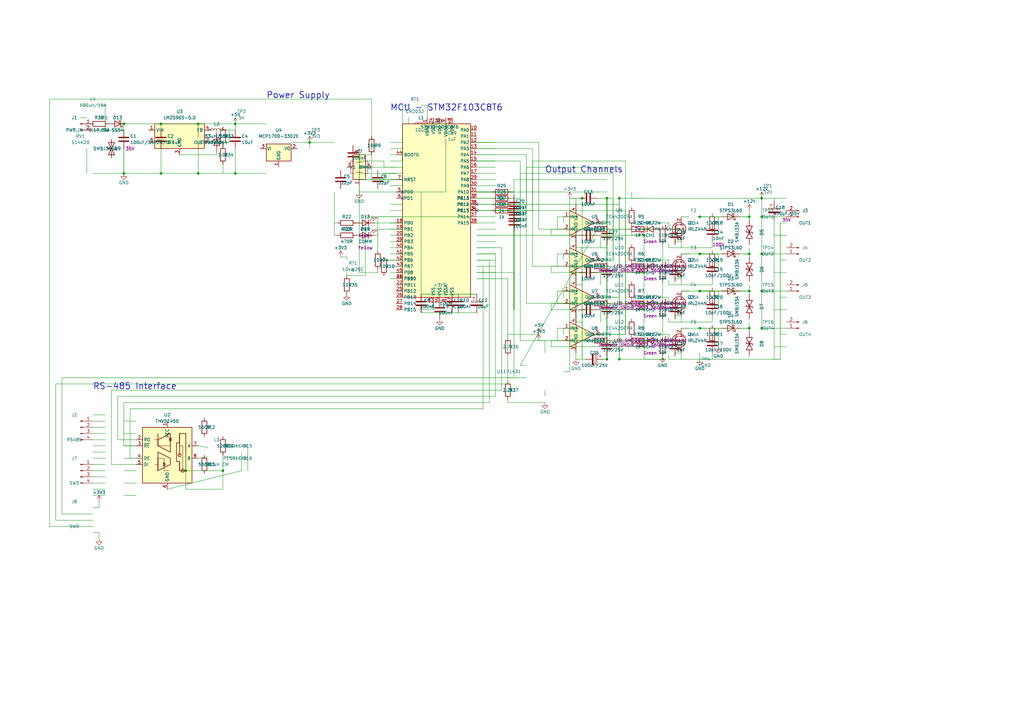
<source format=kicad_sch>
(kicad_sch (version 20230121) (generator eeschema)
  (paper "A3")
  (title_block (title "RS-485 4-Channel 12V Load Controller") (date "2024-01-15") (rev "1.0") (company "Industrial Control Systems") (comment 1 "Production Ready Design") (comment 2 "4x3A PWM Load Control with Current Sensing") (comment 3 "RS-485 Modbus RTU Interface") (comment 4 "STM32F103C8T6 Based Controller"))
  (symbol (lib_id "Device:Crystal_GND24") (at 147.32 68.58 90) (unit 1)
    (property "Reference" "Y1" (at 144.78 68.58 90))
    (property "Value" "8MHz" (at 149.86 68.58 90))
    (property "Footprint" "Crystal:Crystal_SMD_HC49-SD" (effects hide))
  )
  (symbol (lib_id "Device:C") (at 139.7 73.66 0) (unit 1)
    (property "Reference" "C5" (at 142.24 72.39 0))
    (property "Value" "22pF" (at 142.24 74.93 0))
    (property "Footprint" "Capacitor_SMD:C_0603_1608Metric" (effects hide))
  )
  (symbol (lib_id "Device:C") (at 154.94 73.66 0) (unit 1)
    (property "Reference" "C6" (at 157.48 72.39 0))
    (property "Value" "22pF" (at 157.48 74.93 0))
    (property "Footprint" "Capacitor_SMD:C_0603_1608Metric" (effects hide))
  )
  (symbol (lib_id "Device:R") (at 152.4 59.69 0) (unit 1)
    (property "Reference" "R9" (at 154.94 59.69 0))
    (property "Value" "10k" (at 152.4 59.69 0))
    (property "Footprint" "Resistor_SMD:R_0603_1608Metric" (effects hide))
  )
  (symbol (lib_id "Device:C") (at 144.78 63.5 0) (unit 1)
    (property "Reference" "C7" (at 147.32 62.23 0))
    (property "Value" "100nF" (at 147.32 64.77 0))
    (property "Footprint" "Capacitor_SMD:C_0603_1608Metric" (effects hide))
  )
  (symbol (lib_id "Device:R") (at 157.48 109.22 0) (unit 1)
    (property "Reference" "R10" (at 160.02 109.22 0))
    (property "Value" "10k" (at 157.48 109.22 0))
    (property "Footprint" "Resistor_SMD:R_0603_1608Metric" (effects hide))
  )
  (symbol (lib_id "Device:R") (at 91.44 182.88 0) (unit 1)
    (property "Reference" "R11" (at 93.98 182.88 0))
    (property "Value" "120R" (at 91.44 182.88 0))
    (property "Footprint" "Resistor_SMD:R_0805_2012Metric" (effects hide))
  )
  (symbol (lib_id "Device:R") (at 83.82 175.26 0) (unit 1)
    (property "Reference" "R12" (at 86.36 175.26 0))
    (property "Value" "560R" (at 83.82 175.26 0))
    (property "Footprint" "Resistor_SMD:R_0603_1608Metric" (effects hide))
  )
  (symbol (lib_id "Device:R") (at 83.82 190.5 0) (unit 1)
    (property "Reference" "R13" (at 86.36 190.5 0))
    (property "Value" "560R" (at 83.82 190.5 0))
    (property "Footprint" "Resistor_SMD:R_0603_1608Metric" (effects hide))
  )
  (junction (at 50.8 50.8))
  (junction (at 66.04 50.8))
  (junction (at 81.28 50.8))
  (junction (at 96.52 50.8))
  (junction (at 307.34 88.9))
  (junction (at 307.34 104.14))
  (junction (at 307.34 119.38))
  (junction (at 307.34 134.62))
  (junction (at 76.2 193.04))
  (junction (at 81.28 71.12))
  (junction (at 50.8 71.12))
  (junction (at 66.04 71.12))
  (junction (at 127 58.42))
  (junction (at 96.52 71.12))
  (junction (at 91.44 193.04))
  (no_connect (at 195.58 83.82))
  (no_connect (at 195.58 86.36))
  (no_connect (at 165.1 78.74))
  (no_connect (at 165.1 81.28))
  (wire (pts (xy 287.02 88.9) (xy 294.64 88.9)))
  (wire (pts (xy 50.8 198.12) (xy 55.88 198.12)))
  (wire (pts (xy 96.52 60.96) (xy 96.52 71.12)))
  (wire (pts (xy 66.04 50.8) (xy 81.28 50.8)))
  (wire (pts (xy 50.8 50.8) (xy 66.04 50.8)))
  (wire (pts (xy 259.08 96.52) (xy 264.16 96.52)))
  (wire (pts (xy 38.1 187.96) (xy 43.18 187.96)))
  (wire (pts (xy 127 58.42) (xy 137.16 58.42)))
  (wire (pts (xy 50.8 50.8) (xy 50.8 53.34)))
  (wire (pts (xy 195.58 78.74) (xy 203.2 78.74)))
  (wire (pts (xy 317.5 96.52) (xy 322.58 96.52)))
  (wire (pts (xy 195.58 68.58) (xy 203.2 68.58)))
  (wire (pts (xy 38.1 175.26) (xy 43.18 175.26)))
  (wire (pts (xy 294.64 104.14) (xy 287.02 104.14)))
  (wire (pts (xy 38.1 200.66) (xy 43.18 200.66)))
  (wire (pts (xy 96.52 71.12) (xy 109.22 71.12)))
  (wire (pts (xy 287.02 119.38) (xy 294.64 119.38)))
  (wire (pts (xy 317.5 111.76) (xy 322.58 111.76)))
  (wire (pts (xy 259.08 111.76) (xy 264.16 111.76)))
  (wire (pts (xy 165.1 58.42) (xy 160.02 58.42)))
  (wire (pts (xy 76.2 200.66) (xy 91.44 200.66)))
  (wire (pts (xy 195.58 106.68) (xy 203.2 106.68)))
  (wire (pts (xy 195.58 76.2) (xy 203.2 76.2)))
  (wire (pts (xy 96.52 50.8) (xy 109.22 50.8)))
  (wire (pts (xy 165.1 104.14) (xy 160.02 104.14)))
  (wire (pts (xy 195.58 73.66) (xy 203.2 73.66)))
  (wire (pts (xy 195.58 71.12) (xy 203.2 71.12)))
  (wire (pts (xy 259.08 93.98) (xy 259.08 96.52)))
  (wire (pts (xy 81.28 60.96) (xy 81.28 71.12)))
  (wire (pts (xy 294.64 119.38) (xy 294.64 127)))
  (wire (pts (xy 119.38 58.42) (xy 127 58.42)))
  (wire (pts (xy 307.34 134.62) (xy 307.34 137.16)))
  (wire (pts (xy 307.34 104.14) (xy 304.8 104.14)))
  (wire (pts (xy 127 58.42) (xy 127 60.96)))
  (wire (pts (xy 231.14 88.9) (xy 231.14 91.44)))
  (wire (pts (xy 66.04 71.12) (xy 81.28 71.12)))
  (wire (pts (xy 304.8 88.9) (xy 307.34 88.9)))
  (wire (pts (xy 259.08 109.22) (xy 259.08 111.76)))
  (wire (pts (xy 195.58 91.44) (xy 203.2 91.44)))
  (wire (pts (xy 259.08 124.46) (xy 259.08 127)))
  (wire (pts (xy 307.34 88.9) (xy 307.34 91.44)))
  (wire (pts (xy 231.14 104.14) (xy 236.22 104.14)))
  (wire (pts (xy 259.08 81.28) (xy 264.16 81.28)))
  (wire (pts (xy 231.14 104.14) (xy 231.14 106.68)))
  (wire (pts (xy 287.02 134.62) (xy 294.64 134.62)))
  (wire (pts (xy 317.5 81.28) (xy 322.58 81.28)))
  (wire (pts (xy 317.5 127) (xy 322.58 127)))
  (wire (pts (xy 195.58 81.28) (xy 203.2 81.28)))
  (wire (pts (xy 165.1 88.9) (xy 160.02 88.9)))
  (wire (pts (xy 231.14 119.38) (xy 236.22 119.38)))
  (wire (pts (xy 231.14 121.92) (xy 231.14 119.38)))
  (wire (pts (xy 307.34 104.14) (xy 307.34 106.68)))
  (wire (pts (xy 307.34 119.38) (xy 307.34 121.92)))
  (wire (pts (xy 317.5 88.9) (xy 307.34 88.9)))
  (wire (pts (xy 195.58 96.52) (xy 203.2 96.52)))
  (wire (pts (xy 231.14 134.62) (xy 231.14 137.16)))
  (wire (pts (xy 165.1 109.22) (xy 160.02 109.22)))
  (wire (pts (xy 195.58 104.14) (xy 203.2 104.14)))
  (wire (pts (xy 294.64 88.9) (xy 294.64 96.52)))
  (wire (pts (xy 307.34 119.38) (xy 304.8 119.38)))
  (wire (pts (xy 76.2 193.04) (xy 76.2 200.66)))
  (wire (pts (xy 165.1 71.12) (xy 160.02 71.12)))
  (wire (pts (xy 38.1 193.04) (xy 43.18 193.04)))
  (wire (pts (xy 66.04 60.96) (xy 66.04 71.12)))
  (wire (pts (xy 231.14 88.9) (xy 236.22 88.9)))
  (wire (pts (xy 165.1 63.5) (xy 160.02 63.5)))
  (wire (pts (xy 165.1 96.52) (xy 160.02 96.52)))
  (wire (pts (xy 294.64 104.14) (xy 294.64 111.76)))
  (wire (pts (xy 231.14 134.62) (xy 236.22 134.62)))
  (wire (pts (xy 38.1 195.58) (xy 43.18 195.58)))
  (wire (pts (xy 195.58 63.5) (xy 203.2 63.5)))
  (wire (pts (xy 38.1 180.34) (xy 43.18 180.34)))
  (wire (pts (xy 38.1 190.5) (xy 43.18 190.5)))
  (wire (pts (xy 195.58 88.9) (xy 203.2 88.9)))
  (wire (pts (xy 195.58 111.76) (xy 203.2 111.76)))
  (wire (pts (xy 76.2 185.42) (xy 76.2 193.04)))
  (wire (pts (xy 165.1 106.68) (xy 160.02 106.68)))
  (wire (pts (xy 91.44 193.04) (xy 76.2 193.04)))
  (wire (pts (xy 50.8 203.2) (xy 55.88 203.2)))
  (wire (pts (xy 38.1 172.72) (xy 43.18 172.72)))
  (wire (pts (xy 307.34 134.62) (xy 304.8 134.62)))
  (wire (pts (xy 294.64 134.62) (xy 294.64 142.24)))
  (wire (pts (xy 165.1 91.44) (xy 160.02 91.44)))
  (wire (pts (xy 50.8 193.04) (xy 55.88 193.04)))
  (wire (pts (xy 165.1 73.66) (xy 160.02 73.66)))
  (wire (pts (xy 195.58 109.22) (xy 203.2 109.22)))
  (wire (pts (xy 195.58 66.04) (xy 203.2 66.04)))
  (wire (pts (xy 38.1 182.88) (xy 43.18 182.88)))
  (wire (pts (xy 50.8 177.8) (xy 55.88 177.8)))
  (wire (pts (xy 66.04 50.8) (xy 66.04 53.34)))
  (wire (pts (xy 195.58 93.98) (xy 203.2 93.98)))
  (wire (pts (xy 195.58 99.06) (xy 203.2 99.06)))
  (wire (pts (xy 81.28 50.8) (xy 96.52 50.8)))
  (wire (pts (xy 50.8 71.12) (xy 66.04 71.12)))
  (wire (pts (xy 91.44 185.42) (xy 91.44 193.04)))
  (wire (pts (xy 50.8 60.96) (xy 50.8 71.12)))
  (wire (pts (xy 81.28 71.12) (xy 96.52 71.12)))
  (wire (pts (xy 165.1 101.6) (xy 160.02 101.6)))
  (wire (pts (xy 50.8 187.96) (xy 55.88 187.96)))
  (wire (pts (xy 317.5 104.14) (xy 307.34 104.14)))
  (wire (pts (xy 165.1 68.58) (xy 160.02 68.58)))
  (wire (pts (xy 317.5 119.38) (xy 307.34 119.38)))
  (wire (pts (xy 38.1 170.18) (xy 43.18 170.18)))
  (wire (pts (xy 259.08 139.7) (xy 259.08 142.24)))
  (wire (pts (xy 50.8 182.88) (xy 55.88 182.88)))
  (wire (pts (xy 91.44 193.04) (xy 91.44 200.66)))
  (wire (pts (xy 195.58 60.96) (xy 203.2 60.96)))
  (wire (pts (xy 165.1 60.96) (xy 160.02 60.96)))
  (wire (pts (xy 304.8 119.38) (xy 294.64 119.38)))
  (wire (pts (xy 38.1 203.2) (xy 43.18 203.2)))
  (wire (pts (xy 259.08 78.74) (xy 259.08 81.28)))
  (wire (pts (xy 165.1 111.76) (xy 160.02 111.76)))
  (wire (pts (xy 38.1 185.42) (xy 43.18 185.42)))
  (wire (pts (xy 195.58 101.6) (xy 203.2 101.6)))
  (wire (pts (xy 307.34 88.9) (xy 307.34 86.36)))
  (wire (pts (xy 81.28 50.8) (xy 81.28 53.34)))
  (wire (pts (xy 38.1 198.12) (xy 43.18 198.12)))
  (wire (pts (xy 38.1 177.8) (xy 43.18 177.8)))
  (wire (pts (xy 96.52 50.8) (xy 96.52 53.34)))
  (wire (pts (xy 259.08 127) (xy 264.16 127)))
  (wire (pts (xy 165.1 66.04) (xy 160.02 66.04)))
  (wire (pts (xy 259.08 142.24) (xy 264.16 142.24)))
  (wire (pts (xy 50.8 172.72) (xy 55.88 172.72)))
  (wire (pts (xy 165.1 76.2) (xy 160.02 76.2)))
  (wire (pts (xy 317.5 134.62) (xy 307.34 134.62)))
  (wire (pts (xy 165.1 99.06) (xy 160.02 99.06)))
  (wire (pts (xy 317.5 142.24) (xy 322.58 142.24)))
  (wire (pts (xy 165.1 86.36) (xy 160.02 86.36)))
  (wire (pts (xy 307.34 119.38) (xy 307.34 116.84)))
  (wire (pts (xy 304.8 134.62) (xy 294.64 134.62)))
  (wire (pts (xy 165.1 93.98) (xy 160.02 93.98)))
  (wire (pts (xy 195.58 114.3) (xy 203.2 114.3)))
  (wire (pts (xy 195.58 58.42) (xy 203.2 58.42)))
  (wire (pts (xy 304.8 88.9) (xy 294.64 88.9)))
  (wire (pts (xy 307.34 134.62) (xy 307.34 132.08)))
  (wire (pts (xy 165.1 114.3) (xy 160.02 114.3)))
  (wire (pts (xy 307.34 104.14) (xy 307.34 101.6)))
  (wire (pts (xy 38.1 71.12) (xy 50.8 71.12)))
  (wire (pts (xy 165.1 83.82) (xy 160.02 83.82)))
  (text "Power Supply" (at 109.22 40.64 0) (effects (font (size 2.54 2.54) (thickness 0.254) bold) (justify left bottom)))
  (text "Output Channels" (at 223.52 71.12 0) (effects (font (size 2.54 2.54) (thickness 0.254) bold) (justify left bottom)))
  (text "RS-485 Interface" (at 38.1 160.02 0) (effects (font (size 2.54 2.54) (thickness 0.254) bold) (justify left bottom)))
  (text "MCU - STM32F103C8T6" (at 160.02 45.72 0) (effects (font (size 2.54 2.54) (thickness 0.254) bold) (justify left bottom)))
  (symbol (lib_id "MCU_ST_STM32F1:STM32F103C8Tx") (at 180.34 86.36 0) (unit 1)
    (property "Reference" "U1" (at 180.34 49.53 0))
    (property "Value" "STM32F103C8T6" (at 180.34 52.07 0))
    (property "Footprint" "Package_QFP:LQFP-48_7x7mm_P0.5mm" (effects hide))
  )
  (wire (pts (xy 162.56 68.58) (xy 157.48 68.58)))
  (wire (pts (xy 157.48 68.58) (xy 157.48 66.04)))
  (wire (pts (xy 157.48 66.04) (xy 147.32 66.04)))
  (wire (pts (xy 162.56 71.12) (xy 157.48 71.12)))
  (wire (pts (xy 157.48 71.12) (xy 157.48 73.66)))
  (wire (pts (xy 157.48 73.66) (xy 147.32 73.66)))
  (wire (pts (xy 147.32 68.58) (xy 147.32 76.2)))
  (wire (pts (xy 147.32 73.66) (xy 147.32 76.2)))
  (wire (pts (xy 147.32 76.2) (xy 147.32 78.74)))
  (wire (pts (xy 175.26 48.26) (xy 175.26 45.72)))
  (symbol (lib_id "Device:Battery_Cell") (at 170.18 43.18 90) (unit 1)
    (property "Reference" "BT1" (at 170.18 40.64 90))
    (property "Value" "CR2032" (at 170.18 45.72 90))
    (property "Footprint" "Battery:BatteryHolder_Keystone_3034_1x20mm" (effects hide))
  )
  (wire (pts (xy 172.72 43.18) (xy 175.26 43.18)))
  (wire (pts (xy 175.26 43.18) (xy 175.26 45.72)))
  (wire (pts (xy 167.64 43.18) (xy 165.1 43.18)))
  (wire (pts (xy 165.1 43.18) (xy 165.1 78.74)))
  (wire (pts (xy 177.8 124.46) (xy 177.8 127.0)))
  (wire (pts (xy 177.8 127.0) (xy 172.72 127.0)))
  (symbol (lib_id "Device:L") (at 172.72 50.8 90) (unit 1)
    (property "Reference" "L1" (at 172.72 48.26 90))
    (property "Value" "10uH" (at 172.72 53.34 90))
    (property "Footprint" "Inductor_SMD:L_0805_2012Metric" (effects hide))
  )
  (symbol (lib_id "Device:C") (at 182.88 55.88 0) (unit 1)
    (property "Reference" "C19" (at 185.42 54.61 0))
    (property "Value" "1uF" (at 185.42 57.15 0))
    (property "Footprint" "Capacitor_SMD:C_0805_2012Metric" (effects hide))
  )
  (wire (pts (xy 169.86 50.8) (xy 167.64 50.8)))
  (wire (pts (xy 167.64 50.8) (xy 167.64 48.26)))
  (wire (pts (xy 175.54 50.8) (xy 180.34 50.8)))
  (wire (pts (xy 180.34 50.8) (xy 180.34 48.26)))
  (wire (pts (xy 180.34 50.8) (xy 182.88 50.8)))
  (wire (pts (xy 182.88 50.8) (xy 182.88 52.07)))
  (wire (pts (xy 182.88 59.69) (xy 182.88 78.74)))
  (wire (pts (xy 177.8 124.46) (xy 177.8 127.0)))
  (wire (pts (xy 180.34 124.46) (xy 180.34 127.0)))
  (wire (pts (xy 185.42 124.46) (xy 185.42 127.0)))
  (wire (pts (xy 195.58 58.42) (xy 220.98 58.42)))
  (wire (pts (xy 220.98 58.42) (xy 220.98 93.98)))
  (wire (pts (xy 220.98 93.98) (xy 242.57 93.98)))
  (wire (pts (xy 195.58 60.96) (xy 218.44 60.96)))
  (wire (pts (xy 218.44 60.96) (xy 218.44 109.22)))
  (wire (pts (xy 218.44 109.22) (xy 242.57 109.22)))
  (wire (pts (xy 195.58 63.5) (xy 215.9 63.5)))
  (wire (pts (xy 215.9 63.5) (xy 215.9 124.46)))
  (wire (pts (xy 215.9 124.46) (xy 242.57 124.46)))
  (wire (pts (xy 195.58 66.04) (xy 213.36 66.04)))
  (wire (pts (xy 213.36 66.04) (xy 213.36 139.7)))
  (wire (pts (xy 213.36 139.7) (xy 242.57 139.7)))
  (wire (pts (xy 195.58 101.6) (xy 205.74 101.6)))
  (wire (pts (xy 205.74 101.6) (xy 205.74 160.02)))
  (wire (pts (xy 205.74 160.02) (xy 45.72 160.02)))
  (wire (pts (xy 45.72 160.02) (xy 45.72 190.5)))
  (wire (pts (xy 45.72 190.5) (xy 55.88 190.5)))
  (wire (pts (xy 195.58 104.14) (xy 203.2 104.14)))
  (wire (pts (xy 203.2 104.14) (xy 203.2 162.56)))
  (wire (pts (xy 203.2 162.56) (xy 48.26 162.56)))
  (wire (pts (xy 48.26 162.56) (xy 48.26 180.34)))
  (wire (pts (xy 48.26 180.34) (xy 55.88 180.34)))
  (wire (pts (xy 195.58 106.68) (xy 200.66 106.68)))
  (wire (pts (xy 200.66 106.68) (xy 200.66 165.1)))
  (wire (pts (xy 200.66 165.1) (xy 50.8 165.1)))
  (wire (pts (xy 50.8 165.1) (xy 50.8 182.88)))
  (wire (pts (xy 50.8 182.88) (xy 55.88 182.88)))
  (wire (pts (xy 195.58 109.22) (xy 198.12 109.22)))
  (wire (pts (xy 198.12 109.22) (xy 198.12 167.64)))
  (wire (pts (xy 198.12 167.64) (xy 53.34 167.64)))
  (wire (pts (xy 53.34 167.64) (xy 53.34 187.96)))
  (wire (pts (xy 53.34 187.96) (xy 55.88 187.96)))
  (symbol (lib_id "Connector:Conn_01x05_Pin") (at 33.02 210.82 0) (unit 1)
    (property "Reference" "J8" (at 30.48 205.74 0))
    (property "Value" "SWD" (at 30.48 215.9 0))
    (property "Footprint" "Connector_PinHeader_2.54mm:PinHeader_1x05_P2.54mm_Vertical" (effects hide))
  )
  (wire (pts (xy 195.58 111.76) (xy 210.82 111.76)))
  (wire (pts (xy 210.82 111.76) (xy 210.82 154.94)))
  (wire (pts (xy 210.82 154.94) (xy 25.4 154.94)))
  (wire (pts (xy 25.4 154.94) (xy 25.4 210.82)))
  (wire (pts (xy 25.4 210.82) (xy 38.1 210.82)))
  (wire (pts (xy 195.58 114.3) (xy 208.28 114.3)))
  (wire (pts (xy 208.28 114.3) (xy 208.28 157.48)))
  (wire (pts (xy 208.28 157.48) (xy 22.86 157.48)))
  (wire (pts (xy 22.86 157.48) (xy 22.86 213.36)))
  (wire (pts (xy 22.86 213.36) (xy 38.1 213.36)))
  (wire (pts (xy 162.56 73.66) (xy 152.4 73.66)))
  (wire (pts (xy 152.4 73.66) (xy 152.4 40.64)))
  (wire (pts (xy 152.4 40.64) (xy 20.32 40.64)))
  (wire (pts (xy 20.32 40.64) (xy 20.32 215.9)))
  (wire (pts (xy 20.32 215.9) (xy 38.1 215.9)))
  (wire (pts (xy 38.1 208.28) (xy 40.64 208.28)))
  (wire (pts (xy 40.64 208.28) (xy 40.64 205.74)))
  (symbol (lib_id "power:+3V3") (at 40.64 205.74 0) (unit 1)
    (property "Reference" "#PWR013" (effects hide))
    (property "Value" "+3V3" (at 40.64 201.93 0))
  )
  (wire (pts (xy 38.1 218.44) (xy 40.64 218.44)))
  (wire (pts (xy 40.64 218.44) (xy 40.64 220.98)))
  (symbol (lib_id "power:GND") (at 40.64 220.98 0) (unit 1)
    (property "Reference" "#PWR014" (effects hide))
    (property "Value" "GND" (at 40.64 224.79 0))
  )
  (symbol (lib_id "Device:LED") (at 149.86 91.44 180) (unit 1)
    (property "Reference" "D13" (at 149.86 88.9 0))
    (property "Value" "PWR" (at 149.86 93.98 0))
    (property "Footprint" "LED_SMD:LED_0805_2012Metric" (effects hide))
    (property "Color" "Green" (at 149.86 96.52 0))
  )
  (symbol (lib_id "Device:R") (at 142.24 91.44 90) (unit 1)
    (property "Reference" "R22" (at 142.24 88.9 90))
    (property "Value" "470R" (at 142.24 93.98 90))
    (property "Footprint" "Resistor_SMD:R_0603_1608Metric" (effects hide))
  )
  (wire (pts (xy 162.56 88.9) (xy 154.94 88.9)))
  (wire (pts (xy 154.94 88.9) (xy 154.94 91.44)))
  (wire (pts (xy 154.94 91.44) (xy 153.67 91.44)))
  (wire (pts (xy 146.05 91.44) (xy 145.08 91.44)))
  (wire (pts (xy 138.43 91.44) (xy 137.16 91.44)))
  (wire (pts (xy 137.16 91.44) (xy 137.16 78.74)))
  (symbol (lib_id "Device:LED") (at 149.86 96.52 180) (unit 1)
    (property "Reference" "D14" (at 149.86 93.98 0))
    (property "Value" "COMM" (at 149.86 99.06 0))
    (property "Footprint" "LED_SMD:LED_0805_2012Metric" (effects hide))
    (property "Color" "Yellow" (at 149.86 101.6 0))
  )
  (symbol (lib_id "Device:R") (at 142.24 96.52 90) (unit 1)
    (property "Reference" "R23" (at 142.24 93.98 90))
    (property "Value" "470R" (at 142.24 99.06 90))
    (property "Footprint" "Resistor_SMD:R_0603_1608Metric" (effects hide))
  )
  (wire (pts (xy 162.56 91.44) (xy 154.94 91.44)))
  (wire (pts (xy 154.94 91.44) (xy 154.94 96.52)))
  (wire (pts (xy 154.94 96.52) (xy 153.67 96.52)))
  (wire (pts (xy 146.05 96.52) (xy 145.08 96.52)))
  (wire (pts (xy 138.43 96.52) (xy 137.16 96.52)))
  (wire (pts (xy 137.16 96.52) (xy 137.16 91.44)))
  (symbol (lib_id "Device:R") (at 154.94 106.68 0) (unit 1)
    (property "Reference" "R24" (at 157.48 106.68 0))
    (property "Value" "10k" (at 154.94 106.68 0))
    (property "Footprint" "Resistor_SMD:R_0603_1608Metric" (effects hide))
  )
  (wire (pts (xy 162.56 93.98) (xy 154.94 93.98)))
  (wire (pts (xy 154.94 93.98) (xy 154.94 104.14)))
  (wire (pts (xy 154.94 109.22) (xy 154.94 111.76)))
  (wire (pts (xy 154.94 111.76) (xy 147.32 111.76)))
  (wire (pts (xy 147.32 111.76) (xy 147.32 78.74)))
  (symbol (lib_id "power:GND") (at 147.32 78.74 0) (unit 1)
    (property "Reference" "#PWR015" (effects hide))
    (property "Value" "GND" (at 147.32 82.55 0))
  )
  (wire (pts (xy 147.32 78.74) (xy 165.1 78.74)))
  (wire (pts (xy 165.1 78.74) (xy 172.72 78.74)))
  (wire (pts (xy 172.72 78.74) (xy 172.72 127.0)))
  (wire (pts (xy 172.72 78.74) (xy 182.88 78.74)))
  (wire (pts (xy 162.56 68.58) (xy 147.32 68.58)))
  (wire (pts (xy 162.56 71.12) (xy 147.32 71.12)))
  (wire (pts (xy 162.56 73.66) (xy 152.4 73.66)))
  (wire (pts (xy 162.56 106.68) (xy 157.48 106.68)))
  (symbol (lib_id "Device:C") (at 172.72 124.46 0) (unit 1)
    (property "Reference" "C8" (at 175.26 123.19 0))
    (property "Value" "100nF" (at 175.26 125.73 0))
    (property "Footprint" "Capacitor_SMD:C_0603_1608Metric" (effects hide))
  )
  (symbol (lib_id "Device:C") (at 185.42 124.46 0) (unit 1)
    (property "Reference" "C12" (at 187.96 123.19 0))
    (property "Value" "4.7uF" (at 187.96 125.73 0))
    (property "Footprint" "Capacitor_SMD:C_0805_2012Metric" (effects hide))
  )
  (symbol (lib_id "Device:L") (at 182.88 121.92 90) (unit 1)
    (property "Reference" "L1" (at 182.88 119.38 90))
    (property "Value" "10uH" (at 182.88 124.46 90))
    (property "Footprint" "Inductor_SMD:L_0805_2012Metric" (effects hide))
  )
  (symbol (lib_id "Interface_UART:THVD1450") (at 68.58 185.42 0) (unit 1)
    (property "Reference" "U2" (at 68.58 170.18 0))
    (property "Value" "THVD1450" (at 68.58 172.72 0))
    (property "Footprint" "Package_SO:SOIC-8_3.9x4.9mm_P1.27mm" (effects hide))
  )
  (symbol (lib_id "Regulator_Switching:LM2596S-5") (at 73.66 55.88 0) (unit 1)
    (property "Reference" "U3" (at 73.66 45.72 0))
    (property "Value" "LM2596S-5.0" (at 73.66 48.26 0))
    (property "Footprint" "Package_TO_SOT_SMD:TO-263-5_TabPin3" (effects hide))
  )
  (symbol (lib_id "Device:L") (at 88.9 53.34 90) (unit 1)
    (property "Value" "33uH/15A" (at 88.9 55.88 90))
    (property "Part Number" "MSS1278-333MLD" (effects hide))
    (property "Current Rating" "15A" (effects hide))
    (property "DCR" "0.017Ω" (effects hide))
    (property "Reference" "L2" (at 88.9 50.8 90))
    (property "Footprint" "Inductor_SMD:L_12x12mm_H8mm" (effects hide))
  )
  (wire (pts (xy 91.44 53.34) (xy 96.52 53.34)))
  (symbol (lib_id "Regulator_Linear:MCP1700-3302E_SOT23") (at 114.3 60.96 0) (unit 1)
    (property "Reference" "U4" (at 114.3 53.34 0))
    (property "Value" "MCP1700-3302E" (at 114.3 55.88 0))
    (property "Footprint" "Package_TO_SOT_SMD:SOT-23" (effects hide))
  )
  (symbol (lib_id "Transistor_FET:IRLZ44N") (at 276.86 93.98 0) (unit 1)
    (property "Reference" "Q1" (at 281.94 91.44 0) (effects (justify left)))
    (property "Value" "IRLZ44N" (at 281.94 93.98 0) (effects (justify left)))
    (property "Footprint" "Package_TO_SOT_THT:TO-220-3_Vertical" (effects hide))
  )
  (symbol (lib_id "Transistor_FET:IRLZ44N") (at 276.86 109.22 0) (unit 1)
    (property "Reference" "Q2" (at 281.94 106.68 0) (effects (justify left)))
    (property "Value" "IRLZ44N" (at 281.94 109.22 0) (effects (justify left)))
    (property "Footprint" "Package_TO_SOT_THT:TO-220-3_Vertical" (effects hide))
  )
  (symbol (lib_id "Transistor_FET:IRLZ44N") (at 276.86 124.46 0) (unit 1)
    (property "Reference" "Q3" (at 281.94 121.92 0) (effects (justify left)))
    (property "Value" "IRLZ44N" (at 281.94 124.46 0) (effects (justify left)))
    (property "Footprint" "Package_TO_SOT_THT:TO-220-3_Vertical" (effects hide))
  )
  (symbol (lib_id "Transistor_FET:IRLZ44N") (at 276.86 139.7 0) (unit 1)
    (property "Reference" "Q4" (at 281.94 137.16 0) (effects (justify left)))
    (property "Value" "IRLZ44N" (at 281.94 139.7 0) (effects (justify left)))
    (property "Footprint" "Package_TO_SOT_THT:TO-220-3_Vertical" (effects hide))
  )
  (symbol (lib_id "Amplifier_Current:INA181") (at 238.76 91.44 0) (unit 1)
    (property "Reference" "U5" (at 243.84 88.9 0))
    (property "Value" "INA181A1" (at 243.84 93.98 0))
    (property "Footprint" "Package_TO_SOT_SMD:SOT-23-5" (effects hide))
    (property "Datasheet" "https://www.ti.com/lit/ds/symlink/ina181.pdf" (effects hide))
  )
  (symbol (lib_id "Amplifier_Current:INA181") (at 238.76 106.68 0) (unit 1)
    (property "Reference" "U6" (at 243.84 104.14 0))
    (property "Value" "INA181A1" (at 243.84 109.22 0))
    (property "Footprint" "Package_TO_SOT_SMD:SOT-23-5" (effects hide))
    (property "Datasheet" "https://www.ti.com/lit/ds/symlink/ina181.pdf" (effects hide))
  )
  (symbol (lib_id "Amplifier_Current:INA181") (at 238.76 121.92 0) (unit 1)
    (property "Reference" "U7" (at 243.84 119.38 0))
    (property "Value" "INA181A1" (at 243.84 124.46 0))
    (property "Footprint" "Package_TO_SOT_SMD:SOT-23-5" (effects hide))
    (property "Datasheet" "https://www.ti.com/lit/ds/symlink/ina181.pdf" (effects hide))
  )
  (symbol (lib_id "Amplifier_Current:INA181") (at 238.76 137.16 0) (unit 1)
    (property "Reference" "U8" (at 243.84 134.62 0))
    (property "Value" "INA181A1" (at 243.84 139.7 0))
    (property "Footprint" "Package_TO_SOT_SMD:SOT-23-5" (effects hide))
    (property "Datasheet" "https://www.ti.com/lit/ds/symlink/ina181.pdf" (effects hide))
  )
  (junction (at 264.16 93.98))
  (junction (at 264.16 96.52))
  (junction (at 264.16 109.22))
  (junction (at 264.16 111.76))
  (junction (at 264.16 124.46))
  (junction (at 264.16 127.0))
  (junction (at 264.16 139.7))
  (junction (at 264.16 142.24))
  (wire (pts (xy 259.08 93.98) (xy 264.16 93.98)))
  (wire (pts (xy 264.16 93.98) (xy 279.4 93.98)))
  (wire (pts (xy 264.16 93.98) (xy 228.6 93.98)))
  (wire (pts (xy 228.6 93.98) (xy 228.6 88.9)))
  (wire (pts (xy 228.6 88.9) (xy 231.14 88.9)))
  (wire (pts (xy 259.08 96.52) (xy 264.16 96.52)))
  (wire (pts (xy 264.16 96.52) (xy 226.06 96.52)))
  (wire (pts (xy 226.06 96.52) (xy 226.06 93.98)))
  (wire (pts (xy 226.06 93.98) (xy 231.14 93.98)))
  (wire (pts (xy 259.08 109.22) (xy 264.16 109.22)))
  (wire (pts (xy 264.16 109.22) (xy 279.4 109.22)))
  (wire (pts (xy 264.16 109.22) (xy 228.6 109.22)))
  (wire (pts (xy 228.6 109.22) (xy 228.6 104.14)))
  (wire (pts (xy 228.6 104.14) (xy 231.14 104.14)))
  (wire (pts (xy 259.08 111.76) (xy 264.16 111.76)))
  (wire (pts (xy 264.16 111.76) (xy 226.06 111.76)))
  (wire (pts (xy 226.06 111.76) (xy 226.06 109.22)))
  (wire (pts (xy 226.06 109.22) (xy 231.14 109.22)))
  (wire (pts (xy 259.08 124.46) (xy 264.16 124.46)))
  (wire (pts (xy 264.16 124.46) (xy 279.4 124.46)))
  (wire (pts (xy 264.16 124.46) (xy 228.6 124.46)))
  (wire (pts (xy 228.6 124.46) (xy 228.6 119.38)))
  (wire (pts (xy 228.6 119.38) (xy 231.14 119.38)))
  (wire (pts (xy 259.08 127.0) (xy 264.16 127.0)))
  (wire (pts (xy 264.16 127.0) (xy 226.06 127.0)))
  (wire (pts (xy 226.06 127.0) (xy 226.06 124.46)))
  (wire (pts (xy 226.06 124.46) (xy 231.14 124.46)))
  (wire (pts (xy 259.08 139.7) (xy 264.16 139.7)))
  (wire (pts (xy 264.16 139.7) (xy 279.4 139.7)))
  (wire (pts (xy 264.16 139.7) (xy 228.6 139.7)))
  (wire (pts (xy 228.6 139.7) (xy 228.6 134.62)))
  (wire (pts (xy 228.6 134.62) (xy 231.14 134.62)))
  (wire (pts (xy 259.08 142.24) (xy 264.16 142.24)))
  (wire (pts (xy 264.16 142.24) (xy 226.06 142.24)))
  (wire (pts (xy 226.06 142.24) (xy 226.06 139.7)))
  (wire (pts (xy 226.06 139.7) (xy 231.14 139.7)))
  (wire (pts (xy 236.22 83.82) (xy 236.22 81.28)))
  (wire (pts (xy 236.22 99.06) (xy 236.22 101.6)))
  (wire (pts (xy 236.22 99.06) (xy 236.22 96.52)))
  (wire (pts (xy 236.22 114.3) (xy 236.22 116.84)))
  (wire (pts (xy 236.22 114.3) (xy 236.22 111.76)))
  (wire (pts (xy 236.22 129.54) (xy 236.22 132.08)))
  (wire (pts (xy 236.22 129.54) (xy 236.22 127.0)))
  (wire (pts (xy 236.22 144.78) (xy 236.22 147.32)))
  (wire (pts (xy 236.22 81.28) (xy 233.68 81.28)))
  (wire (pts (xy 236.22 96.52) (xy 233.68 96.52)))
  (wire (pts (xy 233.68 81.28) (xy 233.68 96.52)))
  (wire (pts (xy 233.68 96.52) (xy 233.68 111.76)))
  (wire (pts (xy 233.68 111.76) (xy 236.22 111.76)))
  (wire (pts (xy 233.68 111.76) (xy 233.68 127.0)))
  (wire (pts (xy 233.68 127.0) (xy 236.22 127.0)))
  (wire (pts (xy 246.38 91.44) (xy 248.92 91.44)))
  (wire (pts (xy 248.92 91.44) (xy 248.92 73.66)))
  (wire (pts (xy 248.92 73.66) (xy 210.82 73.66)))
  (wire (pts (xy 210.82 73.66) (xy 210.82 78.74)))
  (wire (pts (xy 210.82 78.74) (xy 195.58 78.74)))
  (wire (pts (xy 246.38 106.68) (xy 251.46 106.68)))
  (wire (pts (xy 251.46 106.68) (xy 251.46 71.12)))
  (wire (pts (xy 251.46 71.12) (xy 213.36 71.12)))
  (wire (pts (xy 213.36 71.12) (xy 213.36 81.28)))
  (wire (pts (xy 213.36 81.28) (xy 195.58 81.28)))
  (wire (pts (xy 246.38 121.92) (xy 254.0 121.92)))
  (wire (pts (xy 254.0 121.92) (xy 254.0 68.58)))
  (wire (pts (xy 254.0 68.58) (xy 215.9 68.58)))
  (wire (pts (xy 215.9 68.58) (xy 215.9 83.82)))
  (wire (pts (xy 215.9 83.82) (xy 195.58 83.82)))
  (wire (pts (xy 246.38 137.16) (xy 256.54 137.16)))
  (wire (pts (xy 256.54 137.16) (xy 256.54 66.04)))
  (wire (pts (xy 256.54 66.04) (xy 218.44 66.04)))
  (wire (pts (xy 218.44 66.04) (xy 218.44 86.36)))
  (wire (pts (xy 218.44 86.36) (xy 195.58 86.36)))
  (symbol (lib_id "power:+3V3") (at 233.68 81.28 0) (unit 1)
    (property "Reference" "#PWR09" (effects hide))
    (property "Value" "+3V3" (at 233.68 77.47 0))
  )
  (symbol (lib_id "power:GND") (at 236.22 147.32 0) (unit 1)
    (property "Reference" "#PWR10" (effects hide))
    (property "Value" "GND" (at 236.22 151.13 0))
  )
  (wire (pts (xy 236.22 101.6) (xy 238.76 101.6)))
  (wire (pts (xy 238.76 101.6) (xy 238.76 116.84)))
  (wire (pts (xy 236.22 116.84) (xy 238.76 116.84)))
  (wire (pts (xy 238.76 116.84) (xy 238.76 132.08)))
  (wire (pts (xy 236.22 132.08) (xy 238.76 132.08)))
  (wire (pts (xy 238.76 132.08) (xy 238.76 147.32)))
  (wire (pts (xy 236.22 147.32) (xy 238.76 147.32)))
  (symbol (lib_id "Device:C") (at 241.3 81.28 90) (unit 1)
    (property "Reference" "C13" (at 241.3 78.74 90))
    (property "Value" "100nF" (at 241.3 83.82 90))
    (property "Footprint" "Capacitor_SMD:C_0603_1608Metric" (effects hide))
  )
  (wire (pts (xy 237.49 81.28) (xy 233.68 81.28)))
  (wire (pts (xy 245.11 81.28) (xy 248.92 81.28)))
  (wire (pts (xy 248.92 81.28) (xy 248.92 101.6)))
  (wire (pts (xy 248.92 101.6) (xy 238.76 101.6)))
  (symbol (lib_id "Device:C") (at 50.8 57.15 0) (unit 1)
    (property "Reference" "C1" (at 53.34 55.88 0) (effects (justify left)))
    (property "Value" "100uF/35V" (at 53.34 58.42 0) (effects (justify left)))
    (property "Voltage" "35V" (at 53.34 60.96 0))
    (property "ESR" "50mΩ" (effects hide))
    (property "Footprint" "Capacitor_SMD:CP_Elec_6.3x5.4" (effects hide))
  )
  (symbol (lib_id "Device:C") (at 66.04 57.15 0) (unit 1)
    (property "Reference" "C2" (at 68.58 55.88 0) (effects (justify left)))
    (property "Value" "0.1uF" (at 68.58 58.42 0) (effects (justify left)))
    (property "Footprint" "Capacitor_SMD:C_0805_2012Metric" (effects hide))
  )
  (symbol (lib_id "Device:C") (at 81.28 57.15 0) (unit 1)
    (property "Reference" "C3" (at 83.82 55.88 0) (effects (justify left)))
    (property "Value" "100uF" (at 83.82 58.42 0) (effects (justify left)))
    (property "Footprint" "Capacitor_SMD:CP_Elec_6.3x5.4" (effects hide))
  )
  (symbol (lib_id "Device:C") (at 96.52 57.15 0) (unit 1)
    (property "Reference" "C4" (at 99.06 55.88 0) (effects (justify left)))
    (property "Value" "10uF" (at 99.06 58.42 0) (effects (justify left)))
    (property "Footprint" "Capacitor_SMD:C_1206_3216Metric" (effects hide))
  )
  (symbol (lib_id "Device:R") (at 246.38 93.98 90) (unit 1)
    (property "Reference" "R1" (at 246.38 91.44 90))
    (property "Value" "10R" (at 246.38 93.98 90))
    (property "Footprint" "Resistor_SMD:R_0805_2012Metric" (effects hide))
  )
  (symbol (lib_id "Device:R") (at 246.38 109.22 90) (unit 1)
    (property "Reference" "R2" (at 246.38 106.68 90))
    (property "Value" "10R" (at 246.38 109.22 90))
    (property "Footprint" "Resistor_SMD:R_0805_2012Metric" (effects hide))
  )
  (symbol (lib_id "Device:R") (at 246.38 124.46 90) (unit 1)
    (property "Reference" "R3" (at 246.38 121.92 90))
    (property "Value" "10R" (at 246.38 124.46 90))
    (property "Footprint" "Resistor_SMD:R_0805_2012Metric" (effects hide))
  )
  (symbol (lib_id "Device:R") (at 246.38 139.7 90) (unit 1)
    (property "Reference" "R4" (at 246.38 137.16 90))
    (property "Value" "10R" (at 246.38 139.7 90))
    (property "Footprint" "Resistor_SMD:R_0805_2012Metric" (effects hide))
  )
  (symbol (lib_id "Device:R") (at 271.78 96.52 0) (unit 1)
    (property "Reference" "R14" (at 274.32 96.52 0))
    (property "Value" "10k" (at 271.78 98.79 0))
    (property "Footprint" "Resistor_SMD:R_0603_1608Metric" (effects hide))
  )
  (symbol (lib_id "Device:R") (at 271.78 111.76 0) (unit 1)
    (property "Reference" "R15" (at 274.32 111.76 0))
    (property "Value" "10k" (at 271.78 114.03 0))
    (property "Footprint" "Resistor_SMD:R_0603_1608Metric" (effects hide))
  )
  (symbol (lib_id "Device:R") (at 271.78 127.0 0) (unit 1)
    (property "Reference" "R16" (at 274.32 127.0 0))
    (property "Value" "10k" (at 271.78 129.27 0))
    (property "Footprint" "Resistor_SMD:R_0603_1608Metric" (effects hide))
  )
  (symbol (lib_id "Device:R") (at 271.78 142.24 0) (unit 1)
    (property "Reference" "R17" (at 274.32 142.24 0))
    (property "Value" "10k" (at 271.78 144.51 0))
    (property "Footprint" "Resistor_SMD:R_0603_1608Metric" (effects hide))
  )
  (wire (pts (xy 271.78 93.98) (xy 271.78 92.71)))
  (wire (pts (xy 271.78 93.98) (xy 269.24 93.98)))
  (wire (pts (xy 271.78 99.06) (xy 271.78 100.33)))
  (wire (pts (xy 271.78 109.22) (xy 271.78 107.95)))
  (wire (pts (xy 271.78 109.22) (xy 269.24 109.22)))
  (wire (pts (xy 271.78 114.3) (xy 271.78 115.57)))
  (wire (pts (xy 271.78 124.46) (xy 271.78 123.19)))
  (wire (pts (xy 271.78 124.46) (xy 269.24 124.46)))
  (wire (pts (xy 271.78 129.54) (xy 271.78 130.81)))
  (wire (pts (xy 271.78 139.7) (xy 271.78 138.43)))
  (wire (pts (xy 271.78 139.7) (xy 269.24 139.7)))
  (wire (pts (xy 271.78 144.78) (xy 271.78 146.05)))
  (symbol (lib_id "Device:C") (at 172.72 124.46 0) (unit 1)
    (property "Reference" "C8" (at 175.26 123.19 0))
    (property "Value" "100nF" (at 175.26 125.73 0))
    (property "Footprint" "Capacitor_SMD:C_0603_1608Metric" (effects hide))
  )
  (symbol (lib_id "Device:C") (at 180.34 127.0 0) (unit 1)
    (property "Reference" "C9" (at 182.88 125.73 0))
    (property "Value" "100nF" (at 182.88 128.27 0))
    (property "Footprint" "Capacitor_SMD:C_0603_1608Metric" (effects hide))
  )
  (symbol (lib_id "Device:C") (at 187.96 124.46 0) (unit 1)
    (property "Reference" "C10" (at 190.5 123.19 0))
    (property "Value" "100nF" (at 190.5 125.73 0))
    (property "Footprint" "Capacitor_SMD:C_0603_1608Metric" (effects hide))
  )
  (symbol (lib_id "Device:CP") (at 195.58 124.46 0) (unit 1)
    (property "Reference" "C11" (at 198.12 123.19 0))
    (property "Value" "10uF" (at 198.12 125.73 0))
    (property "Footprint" "Capacitor_SMD:CP_Elec_5x5.4" (effects hide))
  )
  (wire (pts (xy 172.72 121.92) (xy 172.72 120.65)))
  (wire (pts (xy 172.72 120.65) (xy 177.8 120.65)))
  (wire (pts (xy 172.72 127.0) (xy 172.72 128.27)))
  (wire (pts (xy 180.34 124.46) (xy 180.34 123.19)))
  (wire (pts (xy 180.34 123.19) (xy 180.34 120.65)))
  (wire (pts (xy 180.34 129.54) (xy 180.34 130.81)))
  (wire (pts (xy 187.96 121.92) (xy 187.96 120.65)))
  (wire (pts (xy 187.96 120.65) (xy 185.42 120.65)))
  (wire (pts (xy 187.96 127.0) (xy 187.96 128.27)))
  (wire (pts (xy 195.58 121.92) (xy 195.58 120.65)))
  (wire (pts (xy 195.58 120.65) (xy 187.96 120.65)))
  (wire (pts (xy 195.58 127.0) (xy 195.58 128.27)))
  (wire (pts (xy 172.72 120.65) (xy 180.34 120.65)))
  (wire (pts (xy 180.34 120.65) (xy 187.96 120.65)))
  (wire (pts (xy 187.96 120.65) (xy 195.58 120.65)))
  (wire (pts (xy 172.72 128.27) (xy 180.34 128.27)))
  (wire (pts (xy 180.34 128.27) (xy 180.34 130.81)))
  (wire (pts (xy 180.34 128.27) (xy 187.96 128.27)))
  (wire (pts (xy 187.96 128.27) (xy 195.58 128.27)))
  (symbol (lib_id "power:+3V3") (at 180.34 120.65 0) (unit 1)
    (property "Reference" "#PWR06" (effects hide))
    (property "Value" "+3V3" (at 180.34 116.84 0))
  )
  (symbol (lib_id "power:GND") (at 180.34 130.81 0) (unit 1)
    (property "Reference" "#PWR07" (effects hide))
    (property "Value" "GND" (at 180.34 134.62 0))
  )
  (symbol (lib_id "power:GND") (at 271.78 146.05 0) (unit 1)
    (property "Reference" "#PWR08" (effects hide))
    (property "Value" "GND" (at 271.78 149.86 0))
  )
  (wire (pts (xy 271.78 100.33) (xy 271.78 115.57)))
  (wire (pts (xy 271.78 115.57) (xy 271.78 130.81)))
  (wire (pts (xy 271.78 130.81) (xy 271.78 146.05)))
  (symbol (lib_id "Device:D_TVS") (at 45.72 60.96 270) (unit 1)
    (property "Reference" "D9" (at 48.26 60.96 90))
    (property "Value" "SMBJ36CA" (at 43.18 60.96 90))
    (property "Footprint" "Diode_SMD:D_SMB" (effects hide))
  )
  (symbol (lib_id "Device:R") (at 259.08 88.9 0) (unit 1)
    (property "Value" "50mR/2W" (at 261.62 91.44 0) (effects (justify left)))
    (property "Footprint" "Resistor_SMD:R_2512_6332Metric_Pad3.0x6.3mm_HandSolder" (effects hide))
    (property "Power" "2W" (at 261.62 93.98 0))
    (property "Tolerance" "1%" (effects hide))
    (property "Part Number" "WSL25125L000FEA" (effects hide))
    (property "Reference" "R5" (at 261.62 88.9 0) (effects (justify left)))
  )
  (symbol (lib_id "Device:R") (at 259.08 104.14 0) (unit 1)
    (property "Value" "50mR/2W" (at 261.62 106.68 0) (effects (justify left)))
    (property "Footprint" "Resistor_SMD:R_2512_6332Metric_Pad3.0x6.3mm_HandSolder" (effects hide))
    (property "Power" "2W" (at 261.62 109.22 0))
    (property "Tolerance" "1%" (effects hide))
    (property "Part Number" "WSL25125L000FEA" (effects hide))
    (property "Reference" "R6" (at 261.62 104.14 0) (effects (justify left)))
  )
  (symbol (lib_id "Device:R") (at 259.08 119.38 0) (unit 1)
    (property "Value" "50mR/2W" (at 261.62 121.92 0) (effects (justify left)))
    (property "Footprint" "Resistor_SMD:R_2512_6332Metric_Pad3.0x6.3mm_HandSolder" (effects hide))
    (property "Power" "2W" (at 261.62 124.46 0))
    (property "Tolerance" "1%" (effects hide))
    (property "Part Number" "WSL25125L000FEA" (effects hide))
    (property "Reference" "R7" (at 261.62 119.38 0) (effects (justify left)))
  )
  (symbol (lib_id "Device:R") (at 259.08 134.62 0) (unit 1)
    (property "Value" "50mR/2W" (at 261.62 137.16 0) (effects (justify left)))
    (property "Footprint" "Resistor_SMD:R_2512_6332Metric_Pad3.0x6.3mm_HandSolder" (effects hide))
    (property "Power" "2W" (at 261.62 139.7 0))
    (property "Tolerance" "1%" (effects hide))
    (property "Part Number" "WSL25125L000FEA" (effects hide))
    (property "Reference" "R8" (at 261.62 134.62 0) (effects (justify left)))
  )
  (symbol (lib_id "Diode:STPS3L60") (at 299.72 88.9 180) (unit 1)
    (property "Reference" "D1" (at 299.72 83.82 0))
    (property "Value" "STPS3L60" (at 299.72 86.36 0))
    (property "Footprint" "Diode_SMD:D_SMB" (effects hide))
  )
  (symbol (lib_id "Diode:STPS3L60") (at 299.72 104.14 180) (unit 1)
    (property "Reference" "D2" (at 299.72 99.06 0))
    (property "Value" "STPS3L60" (at 299.72 101.6 0))
    (property "Footprint" "Diode_SMD:D_SMB" (effects hide))
  )
  (symbol (lib_id "Diode:STPS3L60") (at 299.72 119.38 180) (unit 1)
    (property "Reference" "D3" (at 299.72 114.3 0))
    (property "Value" "STPS3L60" (at 299.72 116.84 0))
    (property "Footprint" "Diode_SMD:D_SMB" (effects hide))
  )
  (symbol (lib_id "Diode:STPS3L60") (at 299.72 134.62 180) (unit 1)
    (property "Reference" "D4" (at 299.72 129.54 0))
    (property "Value" "STPS3L60" (at 299.72 132.08 0))
    (property "Footprint" "Diode_SMD:D_SMB" (effects hide))
  )
  (symbol (lib_id "Diode:STPS3L60") (at 88.9 58.42 270) (unit 1)
    (property "Reference" "D14" (at 91.44 58.42 90))
    (property "Value" "STPS3L60" (at 86.36 58.42 90))
    (property "Footprint" "Diode_SMD:D_SMB" (effects hide))
  )
  (symbol (lib_id "Diode:SMBJ33A") (at 307.34 95.25 270) (unit 1)
    (property "Reference" "D5" (at 312.42 95.25 0))
    (property "Value" "SMBJ33A" (at 302.26 95.25 0))
    (property "Footprint" "Diode_SMD:D_SMB" (effects hide))
  )
  (symbol (lib_id "Diode:SMBJ33A") (at 307.34 110.49 270) (unit 1)
    (property "Reference" "D6" (at 312.42 110.49 0))
    (property "Value" "SMBJ33A" (at 302.26 110.49 0))
    (property "Footprint" "Diode_SMD:D_SMB" (effects hide))
  )
  (symbol (lib_id "Diode:SMBJ33A") (at 307.34 125.73 270) (unit 1)
    (property "Reference" "D7" (at 312.42 125.73 0))
    (property "Value" "SMBJ33A" (at 302.26 125.73 0))
    (property "Footprint" "Diode_SMD:D_SMB" (effects hide))
  )
  (symbol (lib_id "Diode:SMBJ33A") (at 307.34 140.97 270) (unit 1)
    (property "Reference" "D8" (at 312.42 140.97 0))
    (property "Value" "SMBJ33A" (at 302.26 140.97 0))
    (property "Footprint" "Diode_SMD:D_SMB" (effects hide))
  )
  (junction (at 287.02 88.9))
  (junction (at 287.02 104.14))
  (junction (at 287.02 119.38))
  (junction (at 287.02 134.62))
  (junction (at 312.42 88.9))
  (junction (at 312.42 104.14))
  (junction (at 312.42 119.38))
  (junction (at 312.42 134.62))
  (junction (at 312.42 81.28))
  (wire (pts (xy 279.4 88.9) (xy 282.702 88.9)))
  (wire (pts (xy 286.258 88.9) (xy 287.02 88.9)))
  (wire (pts (xy 279.4 99.06) (xy 279.4 93.98)))
  (wire (pts (xy 279.4 93.98) (xy 264.16 93.98)))
  (wire (pts (xy 287.02 88.9) (xy 295.91 88.9)))
  (wire (pts (xy 303.53 88.9) (xy 312.42 88.9)))
  (wire (pts (xy 312.42 88.9) (xy 322.58 88.9)))
  (wire (pts (xy 312.42 88.9) (xy 312.42 81.28)))
  (wire (pts (xy 322.58 91.44) (xy 320.04 91.44)))
  (wire (pts (xy 320.04 91.44) (xy 320.04 147.32)))
  (wire (pts (xy 279.4 104.14) (xy 287.02 104.14)))
  (wire (pts (xy 279.4 114.3) (xy 279.4 109.22)))
  (wire (pts (xy 279.4 109.22) (xy 264.16 109.22)))
  (wire (pts (xy 287.02 104.14) (xy 295.91 104.14)))
  (wire (pts (xy 303.53 104.14) (xy 312.42 104.14)))
  (wire (pts (xy 312.42 104.14) (xy 322.58 104.14)))
  (wire (pts (xy 312.42 104.14) (xy 312.42 88.9)))
  (wire (pts (xy 322.58 106.68) (xy 320.04 106.68)))
  (wire (pts (xy 320.04 106.68) (xy 320.04 91.44)))
  (wire (pts (xy 279.4 119.38) (xy 287.02 119.38)))
  (wire (pts (xy 279.4 129.54) (xy 279.4 124.46)))
  (wire (pts (xy 279.4 124.46) (xy 264.16 124.46)))
  (wire (pts (xy 287.02 119.38) (xy 295.91 119.38)))
  (wire (pts (xy 303.53 119.38) (xy 312.42 119.38)))
  (wire (pts (xy 312.42 119.38) (xy 322.58 119.38)))
  (wire (pts (xy 312.42 119.38) (xy 312.42 104.14)))
  (wire (pts (xy 322.58 121.92) (xy 320.04 121.92)))
  (wire (pts (xy 320.04 121.92) (xy 320.04 106.68)))
  (wire (pts (xy 279.4 134.62) (xy 287.02 134.62)))
  (wire (pts (xy 279.4 144.78) (xy 279.4 139.7)))
  (wire (pts (xy 279.4 139.7) (xy 264.16 139.7)))
  (wire (pts (xy 287.02 134.62) (xy 295.91 134.62)))
  (wire (pts (xy 303.53 134.62) (xy 312.42 134.62)))
  (wire (pts (xy 312.42 134.62) (xy 322.58 134.62)))
  (wire (pts (xy 312.42 134.62) (xy 312.42 119.38)))
  (wire (pts (xy 322.58 137.16) (xy 320.04 137.16)))
  (wire (pts (xy 320.04 137.16) (xy 320.04 121.92)))
  (wire (pts (xy 320.04 147.32) (xy 287.02 147.32)))
  (wire (pts (xy 287.02 147.32) (xy 287.02 144.78)))
  (wire (pts (xy 264.16 96.52) (xy 264.16 111.76)))
  (wire (pts (xy 264.16 111.76) (xy 264.16 127.0)))
  (wire (pts (xy 264.16 127.0) (xy 264.16 142.24)))
  (wire (pts (xy 264.16 142.24) (xy 264.16 147.32)))
  (wire (pts (xy 264.16 147.32) (xy 287.02 147.32)))
  (symbol (lib_id "power:+12V") (at 312.42 81.28 0) (unit 1)
    (property "Reference" "#PWR011" (effects hide))
    (property "Value" "+12V" (at 312.42 77.47 0))
  )
  (symbol (lib_id "power:GND") (at 287.02 147.32 0) (unit 1)
    (property "Reference" "#PWR012" (effects hide))
    (property "Value" "GND" (at 287.02 151.13 0))
  )
  (symbol (lib_id "Device:D_Zener") (at 274.32 96.52 270) (unit 1)
    (property "Reference" "D9" (at 276.86 96.52 90))
    (property "Value" "15V" (at 271.78 96.52 90))
    (property "Footprint" "Diode_SMD:D_SOD-123" (effects hide))
  )
  (symbol (lib_id "Device:D_Zener") (at 274.32 111.76 270) (unit 1)
    (property "Reference" "D10" (at 276.86 111.76 90))
    (property "Value" "15V" (at 271.78 111.76 90))
    (property "Footprint" "Diode_SMD:D_SOD-123" (effects hide))
  )
  (symbol (lib_id "Device:D_Zener") (at 274.32 127.0 270) (unit 1)
    (property "Reference" "D11" (at 276.86 127.0 90))
    (property "Value" "15V" (at 271.78 127.0 90))
    (property "Footprint" "Diode_SMD:D_SOD-123" (effects hide))
  )
  (symbol (lib_id "Device:D_Zener") (at 274.32 142.24 270) (unit 1)
    (property "Reference" "D12" (at 276.86 142.24 90))
    (property "Value" "15V" (at 271.78 142.24 90))
    (property "Footprint" "Diode_SMD:D_SOD-123" (effects hide))
  )
  (wire (pts (xy 274.32 93.18) (xy 274.32 91.44)))
  (wire (pts (xy 274.32 91.44) (xy 269.24 91.44)))
  (wire (pts (xy 274.32 99.86) (xy 274.32 101.6)))
  (wire (pts (xy 274.32 101.6) (xy 279.4 101.6)))
  (wire (pts (xy 279.4 101.6) (xy 279.4 99.06)))
  (wire (pts (xy 274.32 108.42) (xy 274.32 106.68)))
  (wire (pts (xy 274.32 106.68) (xy 269.24 106.68)))
  (wire (pts (xy 274.32 115.1) (xy 274.32 116.84)))
  (wire (pts (xy 274.32 116.84) (xy 279.4 116.84)))
  (wire (pts (xy 279.4 116.84) (xy 279.4 114.3)))
  (wire (pts (xy 274.32 123.66) (xy 274.32 121.92)))
  (wire (pts (xy 274.32 121.92) (xy 269.24 121.92)))
  (wire (pts (xy 274.32 130.34) (xy 274.32 132.08)))
  (wire (pts (xy 274.32 132.08) (xy 279.4 132.08)))
  (wire (pts (xy 279.4 132.08) (xy 279.4 129.54)))
  (wire (pts (xy 274.32 138.9) (xy 274.32 137.16)))
  (wire (pts (xy 274.32 137.16) (xy 269.24 137.16)))
  (wire (pts (xy 274.32 145.58) (xy 274.32 147.32)))
  (wire (pts (xy 274.32 147.32) (xy 279.4 147.32)))
  (wire (pts (xy 279.4 147.32) (xy 279.4 144.78)))
  (symbol (lib_id "Device:R") (at 292.1 91.44 0) (unit 1)
    (property "Reference" "R18" (at 294.64 91.44 0))
    (property "Value" "100R" (at 292.1 91.44 0))
    (property "Footprint" "Resistor_SMD:R_0805_2012Metric" (effects hide))
  )
  (symbol (lib_id "Device:C") (at 292.1 95.25 0) (unit 1)
    (property "Reference" "C14" (at 294.64 95.25 0))
    (property "Value" "10nF" (at 294.64 97.79 0))
    (property "Footprint" "Capacitor_SMD:C_0805_2012Metric" (effects hide))
    (property "Voltage" "100V" (at 294.64 100.33 0))
  )
  (wire (pts (xy 292.1 88.9) (xy 287.02 88.9)))
  (wire (pts (xy 292.1 93.98) (xy 292.1 92.71)))
  (wire (pts (xy 292.1 98.79) (xy 292.1 101.6)))
  (wire (pts (xy 292.1 101.6) (xy 279.4 101.6)))
  (symbol (lib_id "Device:CP") (at 317.5 86.36 0) (unit 1)
    (property "Reference" "C18" (at 320.04 85.09 0))
    (property "Value" "470uF/35V" (at 322.58 87.63 0))
    (property "Voltage" "35V" (at 322.58 90.17 0))
    (property "Ripple Current" "2A" (effects hide))
    (property "Footprint" "Capacitor_THT:CP_Radial_D10.0mm_P5.00mm" (effects hide))
  )
  (wire (pts (xy 317.5 82.55) (xy 317.5 81.28)))
  (wire (pts (xy 317.5 81.28) (xy 312.42 81.28)))
  (wire (pts (xy 317.5 90.17) (xy 317.5 147.32)))
  (wire (pts (xy 317.5 147.32) (xy 320.04 147.32)))
  (wire (pts (xy 86.36 53.34) (xy 87.63 53.34)))
  (wire (pts (xy 90.17 53.34) (xy 91.44 53.34)))
  (wire (pts (xy 88.9 54.61) (xy 88.9 53.34)))
  (wire (pts (xy 88.9 62.23) (xy 88.9 63.5)))
  (wire (pts (xy 88.9 63.5) (xy 73.66 63.5)))
  (wire (pts (xy 86.36 58.42) (xy 93.98 58.42)))
  (wire (pts (xy 93.98 58.42) (xy 93.98 53.34)))
  (wire (pts (xy 292.1 104.14) (xy 287.02 104.14)))
  (wire (pts (xy 292.1 108.46) (xy 292.1 109.22)))
  (wire (pts (xy 292.1 113.03) (xy 292.1 116.84)))
  (wire (pts (xy 292.1 116.84) (xy 279.4 116.84)))
  (wire (pts (xy 292.1 119.38) (xy 287.02 119.38)))
  (wire (pts (xy 292.1 123.7) (xy 292.1 124.46)))
  (wire (pts (xy 292.1 128.27) (xy 292.1 132.08)))
  (wire (pts (xy 292.1 132.08) (xy 279.4 132.08)))
  (wire (pts (xy 292.1 134.62) (xy 287.02 134.62)))
  (wire (pts (xy 292.1 138.94) (xy 292.1 139.7)))
  (wire (pts (xy 292.1 143.51) (xy 292.1 147.32)))
  (wire (pts (xy 292.1 147.32) (xy 279.4 147.32)))
  (wire (pts (xy 81.28 182.88) (xy 85.09 183.52)))
  (wire (pts (xy 92.71 183.52) (xy 96.52 182.88)))
  (wire (pts (xy 81.28 187.96) (xy 85.09 187.32)))
  (wire (pts (xy 92.71 187.32) (xy 96.52 187.96)))
  (wire (pts (xy 96.52 182.88) (xy 99.06 182.88)))
  (wire (pts (xy 96.52 187.96) (xy 99.06 187.96)))
  (wire (pts (xy 99.06 185.42) (xy 99.06 190.5)))
  (wire (pts (xy 99.06 190.5) (xy 99.06 193.04)))
  (wire (pts (xy 99.06 193.04) (xy 68.58 200.66)))
  (wire (pts (xy 38.1 50.8) (xy 35.56 50.8)))
  (wire (pts (xy 35.56 50.8) (xy 35.56 53.34)))
  (wire (pts (xy 35.56 60.96) (xy 35.56 71.12)))
  (wire (pts (xy 35.56 50.8) (xy 38.1 50.8)))
  (wire (pts (xy 42.92 50.8) (xy 43.18 50.8)))
  (wire (pts (xy 45.72 50.8) (xy 46.99 50.8)))
  (wire (pts (xy 49.53 50.8) (xy 50.8 50.8)))
  (wire (pts (xy 38.1 53.34) (xy 50.8 53.34)))
  (wire (pts (xy 50.8 53.34) (xy 50.8 71.12)))
  (wire (pts (xy 246.38 91.44) (xy 248.92 91.44)))
  (wire (pts (xy 248.92 91.44) (xy 248.92 78.74)))
  (wire (pts (xy 248.92 78.74) (xy 203.2 78.74)))
  (wire (pts (xy 208.28 78.74) (xy 210.82 78.74)))
  (wire (pts (xy 210.82 78.74) (xy 210.82 80.01)))
  (wire (pts (xy 210.82 87.63) (xy 210.82 127.0)))
  (wire (pts (xy 210.82 78.74) (xy 195.58 78.74)))
  (wire (pts (xy 246.38 106.68) (xy 251.46 106.68)))
  (wire (pts (xy 251.46 106.68) (xy 251.46 81.28)))
  (wire (pts (xy 251.46 81.28) (xy 203.2 81.28)))
  (wire (pts (xy 208.28 81.28) (xy 210.82 81.28)))
  (wire (pts (xy 210.82 81.28) (xy 210.82 82.55)))
  (wire (pts (xy 210.82 90.17) (xy 210.82 127.0)))
  (wire (pts (xy 210.82 81.28) (xy 195.58 81.28)))
  (wire (pts (xy 246.38 121.92) (xy 254.0 121.92)))
  (wire (pts (xy 254.0 121.92) (xy 254.0 83.82)))
  (wire (pts (xy 254.0 83.82) (xy 203.2 83.82)))
  (wire (pts (xy 208.28 83.82) (xy 210.82 83.82)))
  (wire (pts (xy 210.82 83.82) (xy 210.82 85.09)))
  (wire (pts (xy 210.82 92.71) (xy 210.82 127.0)))
  (wire (pts (xy 210.82 83.82) (xy 195.58 83.82)))
  (wire (pts (xy 246.38 137.16) (xy 256.54 137.16)))
  (wire (pts (xy 256.54 137.16) (xy 256.54 86.36)))
  (wire (pts (xy 256.54 86.36) (xy 203.2 86.36)))
  (wire (pts (xy 208.28 86.36) (xy 210.82 86.36)))
  (wire (pts (xy 210.82 86.36) (xy 210.82 87.63)))
  (wire (pts (xy 210.82 95.25) (xy 210.82 127.0)))
  (wire (pts (xy 210.82 86.36) (xy 195.58 86.36)))
  (wire (pts (xy 237.49 96.52) (xy 236.22 96.52)))
  (wire (pts (xy 245.11 96.52) (xy 246.38 96.52)))
  (wire (pts (xy 246.38 96.52) (xy 246.38 101.6)))
  (wire (pts (xy 237.49 111.76) (xy 236.22 111.76)))
  (wire (pts (xy 245.11 111.76) (xy 246.38 111.76)))
  (wire (pts (xy 246.38 111.76) (xy 246.38 116.84)))
  (wire (pts (xy 237.49 127.0) (xy 236.22 127.0)))
  (wire (pts (xy 245.11 127.0) (xy 246.38 127.0)))
  (wire (pts (xy 246.38 127.0) (xy 246.38 132.08)))
  (wire (pts (xy 312.42 78.74) (xy 312.42 81.28)))
  (wire (pts (xy 96.52 48.26) (xy 96.52 50.8)))
  (wire (pts (xy 127 55.88) (xy 127 58.42)))
  (wire (pts (xy 287.02 149.86) (xy 287.02 147.32)))
  (wire (pts (xy 258.57 93.98) (xy 250.19 93.98)))
  (wire (pts (xy 264.16 93.98) (xy 262.89 93.98)))
  (wire (pts (xy 270.51 93.98) (xy 271.78 93.98)))
  (symbol (lib_id "Device:LED") (at 266.7 109.22 0) (unit 1)
    (property "Reference" "D18" (at 266.7 106.68 0))
    (property "Value" "CH2" (at 266.7 111.76 0))
    (property "Footprint" "LED_SMD:LED_0603_1608Metric" (at 266.7 109.22 0))
    (property "Color" "Green" (at 266.7 114.3 0))
  )
  (symbol (lib_id "Device:R") (at 261.62 109.22 90) (unit 1)
    (property "Reference" "R30" (at 261.62 106.68 90))
    (property "Value" "1k" (at 261.62 111.76 90))
    (property "Footprint" "Resistor_SMD:R_0603_1608Metric" (at 261.62 110.998 90))
  )
  (symbol (lib_id "Device:LED") (at 266.7 124.46 0) (unit 1)
    (property "Reference" "D19" (at 266.7 121.92 0))
    (property "Value" "CH3" (at 266.7 127.0 0))
    (property "Footprint" "LED_SMD:LED_0603_1608Metric" (at 266.7 124.46 0))
    (property "Color" "Green" (at 266.7 129.54 0))
  )
  (symbol (lib_id "Device:R") (at 261.62 124.46 90) (unit 1)
    (property "Reference" "R31" (at 261.62 121.92 90))
    (property "Value" "1k" (at 261.62 127.0 90))
    (property "Footprint" "Resistor_SMD:R_0603_1608Metric" (at 261.62 126.238 90))
  )
  (symbol (lib_id "Device:LED") (at 266.7 139.7 0) (unit 1)
    (property "Reference" "D20" (at 266.7 137.16 0))
    (property "Value" "CH4" (at 266.7 142.24 0))
    (property "Footprint" "LED_SMD:LED_0603_1608Metric" (at 266.7 139.7 0))
    (property "Color" "Green" (at 266.7 144.78 0))
  )
  (symbol (lib_id "Device:R") (at 261.62 139.7 90) (unit 1)
    (property "Reference" "R32" (at 261.62 137.16 90))
    (property "Value" "1k" (at 261.62 142.24 90))
    (property "Footprint" "Resistor_SMD:R_0603_1608Metric" (at 261.62 141.478 90))
  )
  (wire (pts (xy 258.57 109.22) (xy 250.19 109.22)))
  (wire (pts (xy 264.16 109.22) (xy 262.89 109.22)))
  (wire (pts (xy 270.51 109.22) (xy 271.78 109.22)))
  (wire (pts (xy 258.57 124.46) (xy 250.19 124.46)))
  (wire (pts (xy 264.16 124.46) (xy 262.89 124.46)))
  (wire (pts (xy 270.51 124.46) (xy 271.78 124.46)))
  (wire (pts (xy 258.57 139.7) (xy 250.19 139.7)))
  (wire (pts (xy 264.16 139.7) (xy 262.89 139.7)))
  (wire (pts (xy 270.51 139.7) (xy 271.78 139.7)))
  (symbol (lib_id "Connector:Conn_01x02_Pin") (at 33.02 50.8 0) (unit 1)
    (property "Reference" "J1" (at 30.48 48.26 0))
    (property "Value" "PWR_IN" (at 30.48 53.34 0))
    (property "Footprint" "Connector_Phoenix_MC:PhoenixContact_MC_1,5_2-G-3.81_1x02_P3.81mm_Horizontal" (effects hide))
  )
  (symbol (lib_id "Connector:Conn_01x04_Pin") (at 33.02 175.26 0) (unit 1)
    (property "Reference" "J2" (at 30.48 170.18 0))
    (property "Value" "RS485" (at 30.48 180.34 0))
    (property "Footprint" "Connector_Phoenix_MC:PhoenixContact_MC_1,5_4-G-3.81_1x04_P3.81mm_Horizontal" (effects hide))
  )
  (symbol (lib_id "Connector:Conn_01x02_Pin") (at 327.66 88.9 180) (unit 1)
    (property "Reference" "J3" (at 330.2 86.36 0))
    (property "Value" "OUT1" (at 330.2 91.44 0))
    (property "Footprint" "Connector_Phoenix_MC:PhoenixContact_MC_1,5_2-G-3.81_1x02_P3.81mm_Horizontal" (effects hide))
  )
  (symbol (lib_id "Connector:Conn_01x02_Pin") (at 327.66 104.14 180) (unit 1)
    (property "Reference" "J4" (at 330.2 101.6 0))
    (property "Value" "OUT2" (at 330.2 106.68 0))
    (property "Footprint" "Connector_Phoenix_MC:PhoenixContact_MC_1,5_2-G-3.81_1x02_P3.81mm_Horizontal" (effects hide))
  )
  (symbol (lib_id "Connector:Conn_01x02_Pin") (at 327.66 119.38 180) (unit 1)
    (property "Reference" "J5" (at 330.2 116.84 0))
    (property "Value" "OUT3" (at 330.2 121.92 0))
    (property "Footprint" "Connector_Phoenix_MC:PhoenixContact_MC_1,5_2-G-3.81_1x02_P3.81mm_Horizontal" (effects hide))
  )
  (symbol (lib_id "Connector:Conn_01x02_Pin") (at 327.66 134.62 180) (unit 1)
    (property "Reference" "J6" (at 330.2 132.08 0))
    (property "Value" "OUT4" (at 330.2 137.16 0))
    (property "Footprint" "Connector_Phoenix_MC:PhoenixContact_MC_1,5_2-G-3.81_1x02_P3.81mm_Horizontal" (effects hide))
  )
  (symbol (lib_id "Connector:Conn_01x04_Pin") (at 33.02 193.04 0) (unit 1)
    (property "Reference" "J7" (at 30.48 187.96 0))
    (property "Value" "SWD" (at 30.48 198.12 0))
    (property "Footprint" "Connector_PinHeader_2.54mm:PinHeader_1x04_P2.54mm_Vertical" (effects hide))
  )
  (symbol (lib_id "Device:R") (at 292.1 106.68 0) (unit 1)
    (property "Reference" "R19" (at 294.64 106.68 0))
    (property "Value" "100R" (at 292.1 106.68 0))
    (property "Footprint" "Resistor_SMD:R_0805_2012Metric" (effects hide))
  )
  (symbol (lib_id "Device:C") (at 292.1 110.49 0) (unit 1)
    (property "Reference" "C15" (at 294.64 110.49 0))
    (property "Value" "10nF/100V" (at 294.64 113.03 0))
    (property "Footprint" "Capacitor_SMD:C_0805_2012Metric" (effects hide))
  )
  (symbol (lib_id "Device:R") (at 292.1 121.92 0) (unit 1)
    (property "Reference" "R20" (at 294.64 121.92 0))
    (property "Value" "100R" (at 292.1 121.92 0))
    (property "Footprint" "Resistor_SMD:R_0805_2012Metric" (effects hide))
  )
  (symbol (lib_id "Device:C") (at 292.1 125.73 0) (unit 1)
    (property "Reference" "C16" (at 294.64 125.73 0))
    (property "Value" "10nF/100V" (at 294.64 128.27 0))
    (property "Footprint" "Capacitor_SMD:C_0805_2012Metric" (effects hide))
  )
  (symbol (lib_id "Device:R") (at 292.1 137.16 0) (unit 1)
    (property "Reference" "R21" (at 294.64 137.16 0))
    (property "Value" "100R" (at 292.1 137.16 0))
    (property "Footprint" "Resistor_SMD:R_0805_2012Metric" (effects hide))
  )
  (symbol (lib_id "Device:C") (at 292.1 140.97 0) (unit 1)
    (property "Reference" "C17" (at 294.64 140.97 0))
    (property "Value" "10nF/100V" (at 294.64 143.51 0))
    (property "Footprint" "Capacitor_SMD:C_0805_2012Metric" (effects hide))
  )
  (symbol (lib_id "Device:D_TVS_ALT") (at 99.06 182.88 90) (unit 1)
    (property "Reference" "D15" (at 101.6 182.88 90))
    (property "Value" "PESD1CAN" (at 96.52 182.88 90))
    (property "Footprint" "Package_TO_SOT_SMD:SOT-23" (effects hide))
  )
  (wire (pts (xy 101.6 182.88) (xy 101.6 193.04)))
  (symbol (lib_id "Device:D_TVS_ALT") (at 99.06 187.96 90) (unit 1)
    (property "Reference" "D16" (at 101.6 187.96 90))
    (property "Value" "PESD1CAN" (at 96.52 187.96 90))
    (property "Footprint" "Package_TO_SOT_SMD:SOT-23" (effects hide))
  )
  (symbol (lib_id "Device:L_Coupled") (at 88.9 185.42 0) (unit 1)
    (property "Reference" "L3" (at 88.9 180.34 0))
    (property "Value" "100uH CM" (at 88.9 190.5 0))
    (property "Footprint" "Inductor_SMD:L_CommonMode_Wuerth_WE-SL2" (effects hide))
  )
  (symbol (lib_id "Device:Fuse") (at 43.18 50.8 90) (unit 1)
    (property "Value" "15A" (at 43.18 53.34 90))
    (property "Part Number" "0154015.DR" (effects hide))
    (property "Manufacturer" "Littelfuse" (effects hide))
    (property "Reference" "F1" (at 43.18 48.26 90))
    (property "Footprint" "Fuse:Fuse_1206_3216Metric" (effects hide))
  )
  (symbol (lib_id "Device:D_Schottky") (at 48.26 50.8 180) (unit 1)
    (property "Reference" "D13" (at 48.26 48.26 0))
    (property "Value" "SS54" (at 48.26 53.34 0))
    (property "Footprint" "Diode_SMD:D_SMB" (effects hide))
  )
  (symbol (lib_id "Device:R") (at 205.74 78.74 90) (unit 1)
    (property "Reference" "R25" (at 205.74 76.2 90))
    (property "Value" "1k" (at 205.74 81.28 90))
    (property "Footprint" "Resistor_SMD:R_0603_1608Metric" (effects hide))
  )
  (symbol (lib_id "Device:C") (at 210.82 83.82 0) (unit 1)
    (property "Reference" "C20" (at 213.36 82.55 0))
    (property "Value" "100nF" (at 213.36 85.09 0))
    (property "Footprint" "Capacitor_SMD:C_0603_1608Metric" (effects hide))
  )
  (symbol (lib_id "Device:R") (at 205.74 81.28 90) (unit 1)
    (property "Reference" "R26" (at 205.74 78.74 90))
    (property "Value" "1k" (at 205.74 83.82 90))
    (property "Footprint" "Resistor_SMD:R_0603_1608Metric" (effects hide))
  )
  (symbol (lib_id "Device:C") (at 210.82 86.36 0) (unit 1)
    (property "Reference" "C21" (at 213.36 85.09 0))
    (property "Value" "100nF" (at 213.36 87.63 0))
    (property "Footprint" "Capacitor_SMD:C_0603_1608Metric" (effects hide))
  )
  (symbol (lib_id "Device:R") (at 205.74 83.82 90) (unit 1)
    (property "Reference" "R27" (at 205.74 81.28 90))
    (property "Value" "1k" (at 205.74 86.36 90))
    (property "Footprint" "Resistor_SMD:R_0603_1608Metric" (effects hide))
  )
  (symbol (lib_id "Device:C") (at 210.82 88.9 0) (unit 1)
    (property "Reference" "C22" (at 213.36 87.63 0))
    (property "Value" "100nF" (at 213.36 90.17 0))
    (property "Footprint" "Capacitor_SMD:C_0603_1608Metric" (effects hide))
  )
  (symbol (lib_id "Device:R") (at 205.74 86.36 90) (unit 1)
    (property "Reference" "R28" (at 205.74 83.82 90))
    (property "Value" "1k" (at 205.74 88.9 90))
    (property "Footprint" "Resistor_SMD:R_0603_1608Metric" (effects hide))
  )
  (symbol (lib_id "Device:C") (at 210.82 91.44 0) (unit 1)
    (property "Reference" "C23" (at 213.36 90.17 0))
    (property "Value" "100nF" (at 213.36 92.71 0))
    (property "Footprint" "Capacitor_SMD:C_0603_1608Metric" (effects hide))
  )
  (wire (pts (xy 147.32 63.5) (xy 147.32 78.74)))
  (wire (pts (xy 147.32 73.66) (xy 147.32 78.74)))
  (symbol (lib_id "Device:C") (at 241.3 96.52 90) (unit 1)
    (property "Reference" "C24" (at 241.3 93.98 90))
    (property "Value" "100nF" (at 241.3 99.06 90))
    (property "Footprint" "Capacitor_SMD:C_0603_1608Metric" (effects hide))
  )
  (symbol (lib_id "Device:C") (at 241.3 111.76 90) (unit 1)
    (property "Reference" "C25" (at 241.3 109.22 90))
    (property "Value" "100nF" (at 241.3 114.3 90))
    (property "Footprint" "Capacitor_SMD:C_0603_1608Metric" (effects hide))
  )
  (symbol (lib_id "Device:C") (at 241.3 127.0 90) (unit 1)
    (property "Reference" "C26" (at 241.3 124.46 90))
    (property "Value" "100nF" (at 241.3 129.54 90))
    (property "Footprint" "Capacitor_SMD:C_0603_1608Metric" (effects hide))
  )
  (symbol (lib_id "Connector:TestPoint") (at 312.42 78.74 0) (unit 1)
    (property "Reference" "TP1" (at 314.96 76.2 0))
    (property "Value" "12V" (at 314.96 78.74 0))
    (property "Footprint" "TestPoint:TestPoint_Pad_D1.5mm" (effects hide))
  )
  (symbol (lib_id "Connector:TestPoint") (at 96.52 48.26 0) (unit 1)
    (property "Reference" "TP2" (at 99.06 45.72 0))
    (property "Value" "5V" (at 99.06 48.26 0))
    (property "Footprint" "TestPoint:TestPoint_Pad_D1.5mm" (effects hide))
  )
  (symbol (lib_id "Connector:TestPoint") (at 127 55.88 0) (unit 1)
    (property "Reference" "TP3" (at 129.54 53.34 0))
    (property "Value" "3V3" (at 129.54 55.88 0))
    (property "Footprint" "TestPoint:TestPoint_Pad_D1.5mm" (effects hide))
  )
  (symbol (lib_id "Connector:TestPoint") (at 287.02 149.86 0) (unit 1)
    (property "Reference" "TP4" (at 289.56 147.32 0))
    (property "Value" "GND" (at 289.56 149.86 0))
    (property "Footprint" "TestPoint:TestPoint_Pad_D1.5mm" (effects hide))
  )
  (symbol (lib_id "Device:LED") (at 266.7 93.98 0) (unit 1)
    (property "Reference" "D17" (at 266.7 91.44 0))
    (property "Value" "CH1" (at 266.7 96.52 0))
    (property "Footprint" "LED_SMD:LED_0603_1608Metric" (effects hide))
    (property "Color" "Green" (at 266.7 99.06 0))
  )
  (symbol (lib_id "Device:R") (at 261.62 93.98 90) (unit 1)
    (property "Reference" "R29" (at 261.62 91.44 90))
    (property "Value" "1k" (at 261.62 96.52 90))
    (property "Footprint" "Resistor_SMD:R_0603_1608Metric" (effects hide))
  )
  (symbol (lib_id "Device:Fuse") (at 284.48 88.9 0) (unit 1)
    (property "Reference" "F2" (at 284.48 86.36 0))
    (property "Value" "3.5A" (at 284.48 91.44 0))
    (property "Footprint" "Fuse:Fuse_1206_3216Metric" (effects hide))
    (property "Part Number" "0467003.NR" (effects hide))
  )
  (symbol (lib_id "Device:Fuse") (at 284.48 104.14 0) (unit 1)
    (property "Reference" "F3" (at 284.48 101.6 0))
    (property "Value" "3.5A" (at 284.48 106.68 0))
    (property "Footprint" "Fuse:Fuse_1206_3216Metric" (effects hide))
  )
  (symbol (lib_id "Device:Fuse") (at 284.48 119.38 0) (unit 1)
    (property "Reference" "F4" (at 284.48 116.84 0))
    (property "Value" "3.5A" (at 284.48 121.92 0))
    (property "Footprint" "Fuse:Fuse_1206_3216Metric" (effects hide))
  )
  (symbol (lib_id "Device:Fuse") (at 284.48 134.62 0) (unit 1)
    (property "Reference" "F5" (at 284.48 132.08 0))
    (property "Value" "3.5A" (at 284.48 137.16 0))
    (property "Footprint" "Fuse:Fuse_1206_3216Metric" (effects hide))
  )
  (symbol (lib_id "Driver_FET:TC4420") (at 254.0 93.98 0) (unit 1)
    (property "Reference" "U9" (at 254.0 86.36 0))
    (property "Value" "TC4420CPA" (at 254.0 88.9 0))
    (property "Footprint" "Package_DIP:DIP-8_W7.62mm" (effects hide))
    (property "Datasheet" "http://ww1.microchip.com/downloads/en/DeviceDoc/20001420F.pdf" (effects hide))
  )
  (symbol (lib_id "Device:C") (at 248.92 96.52 0) (unit 1)
    (property "Reference" "C27" (at 251.46 95.25 0))
    (property "Value" "1uF/25V" (at 251.46 97.79 0))
    (property "Footprint" "Capacitor_SMD:C_0805_2012Metric" (effects hide))
  )
  (symbol (lib_id "Device:R") (at 91.44 55.88 0) (unit 1)
    (property "Reference" "R33" (at 93.98 55.88 0))
    (property "Value" "3.0k" (at 91.44 55.88 0))
    (property "Footprint" "Resistor_SMD:R_0603_1608Metric" (effects hide))
    (property "Tolerance" "1%" (effects hide))
  )
  (symbol (lib_id "Device:R") (at 91.44 63.5 0) (unit 1)
    (property "Reference" "R34" (at 93.98 63.5 0))
    (property "Value" "1.0k" (at 91.44 63.5 0))
    (property "Footprint" "Resistor_SMD:R_0603_1608Metric" (effects hide))
    (property "Tolerance" "1%" (effects hide))
  )
  (wire (pts (xy 91.44 53.34) (xy 91.44 52.07)))
  (wire (pts (xy 91.44 58.42) (xy 91.44 60.96)))
  (wire (pts (xy 91.44 66.04) (xy 91.44 71.12)))
  (wire (pts (xy 86.36 58.42) (xy 91.44 58.42)))
  (wire (pts (xy 152.4 63.5) (xy 147.32 63.5)))
  (wire (pts (xy 147.32 63.5) (xy 147.32 78.74)))
  (wire (pts (xy 152.4 73.66) (xy 147.32 73.66)))
  (wire (pts (xy 147.32 73.66) (xy 147.32 78.74)))
  (symbol (lib_id "Device:Thermistor_NTC") (at 142.24 109.22 0) (unit 1)
    (property "Reference" "RT1" (at 144.78 107.95 0))
    (property "Value" "10k@25C" (at 144.78 110.49 0))
    (property "Footprint" "Resistor_SMD:R_0603_1608Metric" (effects hide))
    (property "B" "3435K" (effects hide))
  )
  (symbol (lib_id "Device:R") (at 142.24 116.84 0) (unit 1)
    (property "Reference" "R35" (at 144.78 116.84 0))
    (property "Value" "10k" (at 142.24 116.84 0))
    (property "Footprint" "Resistor_SMD:R_0603_1608Metric" (effects hide))
  )
  (wire (pts (xy 142.24 106.68) (xy 142.24 105.41)))
  (wire (pts (xy 142.24 105.41) (xy 139.7 105.41)))
  (wire (pts (xy 142.24 111.76) (xy 142.24 114.3)))
  (wire (pts (xy 142.24 119.38) (xy 142.24 120.65)))
  (wire (pts (xy 142.24 113.03) (xy 149.86 113.03)))
  (wire (pts (xy 149.86 113.03) (xy 149.86 88.9)))
  (wire (pts (xy 149.86 88.9) (xy 195.58 88.9)))
  (symbol (lib_id "power:+3V3") (at 139.7 105.41 0) (unit 1)
    (property "Reference" "#PWR021" (effects hide))
    (property "Value" "+3V3" (at 139.7 101.6 0))
  )
  (symbol (lib_id "power:GND") (at 142.24 120.65 0) (unit 1)
    (property "Reference" "#PWR022" (effects hide))
    (property "Value" "GND" (at 142.24 124.46 0))
  )
  (symbol (lib_id "Amplifier_Comparator:LM393") (at 223.52 152.4 0) (unit 1)
    (property "Reference" "U10" (at 223.52 144.78 0))
    (property "Value" "LM393" (at 223.52 147.32 0))
    (property "Footprint" "Package_SO:SOIC-8_3.9x4.9mm_P1.27mm" (effects hide))
  )
  (symbol (lib_id "Reference_Voltage:TL431LP") (at 208.28 152.4 270) (unit 1)
    (property "Reference" "U11" (at 205.74 152.4 90))
    (property "Value" "TL431" (at 210.82 152.4 90))
    (property "Footprint" "Package_TO_SOT_SMD:SOT-23" (effects hide))
  )
  (symbol (lib_id "Device:R") (at 208.28 142.24 0) (unit 1)
    (property "Reference" "R36" (at 210.82 142.24 0))
    (property "Value" "2.7k" (at 208.28 142.24 0))
    (property "Footprint" "Resistor_SMD:R_0603_1608Metric" (effects hide))
  )
  (symbol (lib_id "Device:R") (at 208.28 160.02 0) (unit 1)
    (property "Reference" "R37" (at 210.82 160.02 0))
    (property "Value" "2.2k" (at 208.28 160.02 0))
    (property "Footprint" "Resistor_SMD:R_0603_1608Metric" (effects hide))
  )
  (wire (pts (xy 246.38 91.44) (xy 213.36 149.86)))
  (wire (pts (xy 213.36 149.86) (xy 215.9 149.86)))
  (wire (pts (xy 208.28 154.94) (xy 215.9 154.94)))
  (wire (pts (xy 231.14 152.4) (xy 233.68 152.4)))
  (wire (pts (xy 233.68 152.4) (xy 233.68 96.52)))
  (wire (pts (xy 233.68 96.52) (xy 195.58 96.52)))
  (symbol (lib_id "Device:R") (at 40.64 50.8 90) (unit 1)
    (property "Reference" "R38" (at 40.64 48.26 90))
    (property "Value" "0.1R/5W" (at 40.64 53.34 90))
    (property "Footprint" "Resistor_THT:R_Axial_DIN0414_L11.9mm_D4.5mm_P15.24mm_Horizontal" (effects hide))
    (property "Power" "5W" (effects hide))
  )
  (symbol (lib_id "Device:Varistor") (at 35.56 57.15 0) (unit 1)
    (property "Reference" "RV1" (at 33.02 55.88 0))
    (property "Value" "S14K20" (at 33.02 58.42 0))
    (property "Footprint" "Varistor:RV_Disc_D15.5mm_W4.2mm_P7.5mm" (effects hide))
    (property "Voltage" "20V" (effects hide))
  )
  (symbol (lib_id "Device:C") (at 276.86 96.52 0) (unit 1)
    (property "Reference" "C28" (at 279.4 95.25 0))
    (property "Value" "1nF" (at 279.4 97.79 0))
    (property "Footprint" "Capacitor_SMD:C_0603_1608Metric" (effects hide))
    (property "Voltage" "50V" (effects hide))
  )
  (symbol (lib_id "Device:L_Coupled") (at 38.1 45.72 0) (unit 1)
    (property "Reference" "L4" (at 38.1 40.64 0))
    (property "Value" "100uH/15A" (at 38.1 43.18 0))
    (property "Footprint" "Inductor_THT:L_CommonMode_Toroid_Vertical_L21.0mm_W10.0mm_Px8.50mm_Py12.51mm_Wuerth_744823015" (effects hide))
    (property "Current" "15A" (effects hide))
  )
  (symbol (lib_id "Connector:TestPoint") (at 246.38 91.44 270) (unit 1)
    (property "Reference" "TP5" (at 248.92 91.44 90))
    (property "Value" "IS1" (at 243.84 91.44 90))
    (property "Footprint" "TestPoint:TestPoint_Pad_D1.0mm" (effects hide))
  )
  (symbol (lib_id "Connector:TestPoint") (at 271.78 93.98 90) (unit 1)
    (property "Reference" "TP6" (at 269.24 93.98 90))
    (property "Value" "G1" (at 274.32 93.98 90))
    (property "Footprint" "TestPoint:TestPoint_Pad_D1.0mm" (effects hide))
  )
  (wire (pts (xy 246.38 93.98) (xy 241.3 93.98)))
  (wire (pts (xy 241.3 93.98) (xy 241.3 91.44)))
  (wire (pts (xy 241.3 91.44) (xy 246.38 91.44)))
  (wire (pts (xy 261.62 93.98) (xy 266.7 93.98)))
  (wire (pts (xy 266.7 93.98) (xy 271.78 93.98)))
  (wire (pts (xy 254.0 86.36) (xy 254.0 81.28)))
  (wire (pts (xy 254.0 81.28) (xy 312.42 81.28)))
  (wire (pts (xy 254.0 101.6) (xy 254.0 147.32)))
  (wire (pts (xy 254.0 147.32) (xy 271.78 147.32)))
  (symbol (lib_id "Driver_FET:TC4420") (at 254.0 109.22 0) (unit 1)
    (property "Reference" "U10" (at 254.0 101.6 0))
    (property "Value" "TC4420CPA" (at 254.0 104.14 0))
    (property "Footprint" "Package_DIP:DIP-8_W7.62mm" (effects hide))
  )
  (symbol (lib_id "Device:C") (at 248.92 111.76 0) (unit 1)
    (property "Reference" "C29" (at 251.46 110.49 0))
    (property "Value" "1uF/25V" (at 251.46 113.03 0))
    (property "Footprint" "Capacitor_SMD:C_0805_2012Metric" (effects hide))
  )
  (wire (pts (xy 246.38 109.22) (xy 241.3 109.22)))
  (wire (pts (xy 241.3 109.22) (xy 241.3 106.68)))
  (wire (pts (xy 241.3 106.68) (xy 246.38 106.68)))
  (wire (pts (xy 261.62 109.22) (xy 266.7 109.22)))
  (wire (pts (xy 266.7 109.22) (xy 271.78 109.22)))
  (wire (pts (xy 254.0 101.6) (xy 254.0 81.28)))
  (wire (pts (xy 254.0 116.84) (xy 254.0 147.32)))
  (wire (pts (xy 248.92 109.22) (xy 248.92 81.28)))
  (wire (pts (xy 248.92 114.3) (xy 248.92 147.32)))
  (symbol (lib_id "Driver_FET:TC4420") (at 254.0 124.46 0) (unit 1)
    (property "Reference" "U11" (at 254.0 116.84 0))
    (property "Value" "TC4420CPA" (at 254.0 119.38 0))
    (property "Footprint" "Package_DIP:DIP-8_W7.62mm" (effects hide))
  )
  (symbol (lib_id "Device:C") (at 248.92 127.0 0) (unit 1)
    (property "Reference" "C30" (at 251.46 125.73 0))
    (property "Value" "1uF/25V" (at 251.46 128.27 0))
    (property "Footprint" "Capacitor_SMD:C_0805_2012Metric" (effects hide))
  )
  (wire (pts (xy 246.38 124.46) (xy 241.3 124.46)))
  (wire (pts (xy 241.3 124.46) (xy 241.3 121.92)))
  (wire (pts (xy 241.3 121.92) (xy 246.38 121.92)))
  (wire (pts (xy 261.62 124.46) (xy 266.7 124.46)))
  (wire (pts (xy 266.7 124.46) (xy 271.78 124.46)))
  (wire (pts (xy 254.0 116.84) (xy 254.0 81.28)))
  (wire (pts (xy 254.0 132.08) (xy 254.0 147.32)))
  (wire (pts (xy 248.92 124.46) (xy 248.92 81.28)))
  (wire (pts (xy 248.92 129.54) (xy 248.92 147.32)))
  (symbol (lib_id "Driver_FET:TC4420") (at 254.0 139.7 0) (unit 1)
    (property "Reference" "U12" (at 254.0 132.08 0))
    (property "Value" "TC4420CPA" (at 254.0 134.62 0))
    (property "Footprint" "Package_DIP:DIP-8_W7.62mm" (effects hide))
  )
  (symbol (lib_id "Device:C") (at 248.92 142.24 0) (unit 1)
    (property "Reference" "C31" (at 251.46 140.97 0))
    (property "Value" "1uF/25V" (at 251.46 143.51 0))
    (property "Footprint" "Capacitor_SMD:C_0805_2012Metric" (effects hide))
  )
  (wire (pts (xy 246.38 139.7) (xy 241.3 139.7)))
  (wire (pts (xy 241.3 139.7) (xy 241.3 137.16)))
  (wire (pts (xy 241.3 137.16) (xy 246.38 137.16)))
  (wire (pts (xy 261.62 139.7) (xy 266.7 139.7)))
  (wire (pts (xy 266.7 139.7) (xy 271.78 139.7)))
  (wire (pts (xy 254.0 132.08) (xy 254.0 81.28)))
  (wire (pts (xy 254.0 147.32) (xy 254.0 147.32)))
  (wire (pts (xy 248.92 139.7) (xy 248.92 81.28)))
  (wire (pts (xy 248.92 144.78) (xy 248.92 147.32)))
  (wire (pts (xy 279.4 104.14) (xy 282.702 104.14)))
  (wire (pts (xy 286.258 104.14) (xy 287.02 104.14)))
  (wire (pts (xy 279.4 119.38) (xy 282.702 119.38)))
  (wire (pts (xy 286.258 119.38) (xy 287.02 119.38)))
  (wire (pts (xy 279.4 134.62) (xy 282.702 134.62)))
  (wire (pts (xy 286.258 134.62) (xy 287.02 134.62)))
  (symbol (lib_id "Device:C") (at 276.86 111.76 0) (unit 1)
    (property "Reference" "C32" (at 279.4 110.49 0))
    (property "Value" "1nF" (at 279.4 113.03 0))
    (property "Footprint" "Capacitor_SMD:C_0603_1608Metric" (effects hide))
    (property "Voltage" "50V" (effects hide))
  )
  (wire (pts (xy 276.86 109.22) (xy 271.78 109.22)))
  (wire (pts (xy 276.86 114.3) (xy 279.4 114.3)))
  (symbol (lib_id "Device:C") (at 276.86 127.0 0) (unit 1)
    (property "Reference" "C33" (at 279.4 125.73 0))
    (property "Value" "1nF" (at 279.4 128.27 0))
    (property "Footprint" "Capacitor_SMD:C_0603_1608Metric" (effects hide))
    (property "Voltage" "50V" (effects hide))
  )
  (wire (pts (xy 276.86 124.46) (xy 271.78 124.46)))
  (wire (pts (xy 276.86 129.54) (xy 279.4 129.54)))
  (symbol (lib_id "Device:C") (at 276.86 142.24 0) (unit 1)
    (property "Reference" "C34" (at 279.4 140.97 0))
    (property "Value" "1nF" (at 279.4 143.51 0))
    (property "Footprint" "Capacitor_SMD:C_0603_1608Metric" (effects hide))
    (property "Voltage" "50V" (effects hide))
  )
  (wire (pts (xy 276.86 139.7) (xy 271.78 139.7)))
  (wire (pts (xy 276.86 144.78) (xy 279.4 144.78)))
  (symbol (lib_id "Connector:TestPoint") (at 246.38 106.68 270) (unit 1)
    (property "Reference" "TP7" (at 248.92 106.68 90))
    (property "Value" "IS2" (at 243.84 106.68 90))
    (property "Footprint" "TestPoint:TestPoint_Pad_D1.0mm" (effects hide))
  )
  (symbol (lib_id "Connector:TestPoint") (at 246.38 121.92 270) (unit 1)
    (property "Reference" "TP8" (at 248.92 121.92 90))
    (property "Value" "IS3" (at 243.84 121.92 90))
    (property "Footprint" "TestPoint:TestPoint_Pad_D1.0mm" (effects hide))
  )
  (symbol (lib_id "Connector:TestPoint") (at 246.38 137.16 270) (unit 1)
    (property "Reference" "TP9" (at 248.92 137.16 90))
    (property "Value" "IS4" (at 243.84 137.16 90))
    (property "Footprint" "TestPoint:TestPoint_Pad_D1.0mm" (effects hide))
  )
  (symbol (lib_id "Connector:TestPoint") (at 271.78 109.22 90) (unit 1)
    (property "Reference" "TP10" (at 269.24 109.22 90))
    (property "Value" "G2" (at 274.32 109.22 90))
    (property "Footprint" "TestPoint:TestPoint_Pad_D1.0mm" (effects hide))
  )
  (symbol (lib_id "Connector:TestPoint") (at 271.78 124.46 90) (unit 1)
    (property "Reference" "TP11" (at 269.24 124.46 90))
    (property "Value" "G3" (at 274.32 124.46 90))
    (property "Footprint" "TestPoint:TestPoint_Pad_D1.0mm" (effects hide))
  )
  (symbol (lib_id "Connector:TestPoint") (at 271.78 139.7 90) (unit 1)
    (property "Reference" "TP12" (at 269.24 139.7 90))
    (property "Value" "G4" (at 274.32 139.7 90))
    (property "Footprint" "TestPoint:TestPoint_Pad_D1.0mm" (effects hide))
  )
  (symbol (lib_id "Connector:TestPoint") (at 312.42 88.9 0) (unit 1)
    (property "Reference" "TP13" (at 314.96 86.36 0))
    (property "Value" "OUT1" (at 314.96 88.9 0))
    (property "Footprint" "TestPoint:TestPoint_Pad_D1.5mm" (effects hide))
  )
  (symbol (lib_id "Connector:TestPoint") (at 312.42 104.14 0) (unit 1)
    (property "Reference" "TP14" (at 314.96 101.6 0))
    (property "Value" "OUT2" (at 314.96 104.14 0))
    (property "Footprint" "TestPoint:TestPoint_Pad_D1.5mm" (effects hide))
  )
  (symbol (lib_id "Connector:TestPoint") (at 312.42 119.38 0) (unit 1)
    (property "Reference" "TP15" (at 314.96 116.84 0))
    (property "Value" "OUT3" (at 314.96 119.38 0))
    (property "Footprint" "TestPoint:TestPoint_Pad_D1.5mm" (effects hide))
  )
  (symbol (lib_id "Connector:TestPoint") (at 312.42 134.62 0) (unit 1)
    (property "Reference" "TP16" (at 314.96 132.08 0))
    (property "Value" "OUT4" (at 314.96 134.62 0))
    (property "Footprint" "TestPoint:TestPoint_Pad_D1.5mm" (effects hide))
  )
  (wire (pts (xy 223.52 144.78) (xy 223.52 139.7)))
  (wire (pts (xy 223.52 139.7) (xy 220.98 139.7)))
  (wire (pts (xy 223.52 160.02) (xy 223.52 162.56)))
  (wire (pts (xy 208.28 139.7) (xy 208.28 137.16)))
  (wire (pts (xy 208.28 137.16) (xy 220.98 137.16)))
  (wire (pts (xy 208.28 162.56) (xy 208.28 165.1)))
  (wire (pts (xy 208.28 165.1) (xy 223.52 165.1)))
  (symbol (lib_id "power:+5V") (at 220.98 137.16 0) (unit 1)
    (property "Reference" "#PWR023" (effects hide))
    (property "Value" "+5V" (at 220.98 133.35 0))
  )
  (symbol (lib_id "power:+3V3") (at 220.98 139.7 0) (unit 1)
    (property "Reference" "#PWR024" (effects hide))
    (property "Value" "+3V3" (at 220.98 135.89 0))
  )
  (symbol (lib_id "power:GND") (at 223.52 165.1 0) (unit 1)
    (property "Reference" "#PWR025" (effects hide))
    (property "Value" "GND" (at 223.52 168.91 0))
  )
  (wire (pts (xy 33.02 43.18) (xy 35.56 43.18)))
  (wire (pts (xy 33.02 48.26) (xy 35.56 48.26)))
  (wire (pts (xy 40.64 43.18) (xy 43.18 43.18)))
  (wire (pts (xy 43.18 43.18) (xy 43.18 50.8)))
  (wire (pts (xy 40.64 48.26) (xy 43.18 48.26)))
  (wire (pts (xy 43.18 48.26) (xy 43.18 53.34)))
  (symbol (lib_id "Device:CP") (at 243.84 147.32 270) (unit 1)
    (property "Reference" "C35" (at 243.84 144.78 90))
    (property "Value" "100uF/25V" (at 243.84 149.86 90))
    (property "Footprint" "Capacitor_SMD:CP_Elec_6.3x5.4" (effects hide))
  )
  (wire (pts (xy 241.3 147.32) (xy 238.76 147.32)))
  (wire (pts (xy 238.76 147.32) (xy 238.76 81.28)))
  (wire (pts (xy 246.38 147.32) (xy 248.92 147.32)))
  (junction (at 254.0 81.28))
  (junction (at 248.92 81.28))
  (junction (at 238.76 81.28))
  (junction (at 254.0 147.32))
  (junction (at 248.92 147.32))
  (junction (at 271.78 147.32))
  (wire (pts (xy 276.86 93.98) (xy 271.78 93.98)))
  (wire (pts (xy 276.86 99.06) (xy 279.4 99.06)))
  (symbol (lib_id "power:+12V") (at 307.34 86.36 0) (unit 1)
    (property "Reference" "#PWR01" (effects hide))
    (property "Value" "+12V" (at 307.34 82.55 0))
  )
  (symbol (lib_id "power:+5V") (at 96.52 50.8 0) (unit 1)
    (property "Reference" "#PWR02" (effects hide))
    (property "Value" "+5V" (at 96.52 46.99 0))
  )
  (symbol (lib_id "power:+3V3") (at 127 58.42 0) (unit 1)
    (property "Reference" "#PWR03" (effects hide))
    (property "Value" "+3V3" (at 127 54.61 0))
  )
  (symbol (lib_id "power:GND") (at 50.8 71.12 0) (unit 1)
    (property "Reference" "#PWR04" (effects hide))
    (property "Value" "GND" (at 50.8 74.93 0))
  )
  (symbol (lib_id "power:GND") (at 294.64 142.24 0) (unit 1)
    (property "Reference" "#PWR05" (effects hide))
    (property "Value" "GND" (at 294.64 146.05 0))
  )
)
</source>
